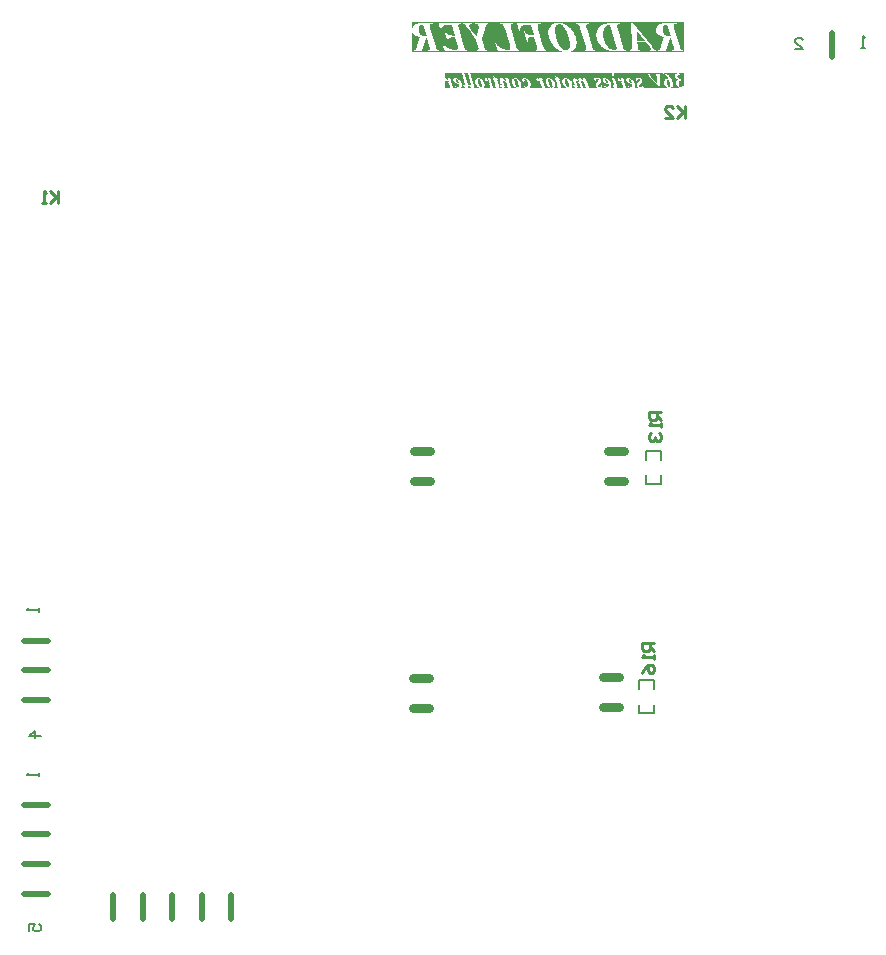
<source format=gbo>
G04*
G04 #@! TF.GenerationSoftware,Altium Limited,Altium Designer,20.1.14 (287)*
G04*
G04 Layer_Color=32896*
%FSLAX25Y25*%
%MOIN*%
G70*
G04*
G04 #@! TF.SameCoordinates,7663C7E1-D25E-47D6-87D1-FA2199C3474E*
G04*
G04*
G04 #@! TF.FilePolarity,Positive*
G04*
G01*
G75*
%ADD14C,0.01000*%
%ADD16C,0.00700*%
%ADD23C,0.00500*%
%ADD86C,0.01968*%
%ADD99C,0.03150*%
G36*
X222435Y290690D02*
X222478D01*
X222522Y290682D01*
X222581Y290668D01*
X222639Y290653D01*
X222704Y290624D01*
X222770Y290580D01*
X222821Y290529D01*
X222828Y290522D01*
X222843Y290500D01*
X222865Y290456D01*
X222887Y290391D01*
X222916Y290311D01*
X222938Y290194D01*
X222959Y290063D01*
Y289983D01*
X222967Y289895D01*
X223076Y287446D01*
X221246Y289574D01*
X221239Y289582D01*
X221232Y289596D01*
X221210Y289611D01*
X221188Y289640D01*
X221130Y289713D01*
X221057Y289800D01*
X220984Y289895D01*
X220911Y289990D01*
X220853Y290077D01*
X220809Y290150D01*
X220802Y290158D01*
X220794Y290179D01*
X220780Y290209D01*
X220765Y290245D01*
X220736Y290333D01*
X220722Y290384D01*
Y290427D01*
Y290435D01*
Y290442D01*
X220729Y290478D01*
X220758Y290529D01*
X220773Y290559D01*
X220802Y290580D01*
X220816Y290595D01*
X220838Y290602D01*
X220867Y290624D01*
X220904Y290639D01*
X220955Y290661D01*
X221013Y290675D01*
X221086Y290690D01*
X221042Y290814D01*
X222391D01*
X222435Y290690D01*
D02*
G37*
G36*
X153949Y287376D02*
X153945Y287380D01*
X153938Y287402D01*
X153923Y287431D01*
X153894Y287497D01*
X153850Y287592D01*
X153799Y287708D01*
X153741Y287832D01*
X153675Y287978D01*
X153603Y288124D01*
X153449Y288422D01*
X153369Y288568D01*
X153296Y288707D01*
X153216Y288838D01*
X153143Y288955D01*
X153078Y289050D01*
X153012Y289122D01*
X153005Y289130D01*
X152983Y289152D01*
X152946Y289188D01*
X152895Y289224D01*
X152837Y289254D01*
X152771Y289290D01*
X152699Y289312D01*
X152626Y289319D01*
X153340D01*
X153949Y287376D01*
D02*
G37*
G36*
X232283Y286104D02*
Y286010D01*
D01*
Y285995D01*
X224410D01*
D01*
X224148D01*
X223995Y289932D01*
Y289939D01*
Y289946D01*
Y289990D01*
X223987Y290041D01*
Y290107D01*
Y290172D01*
X223980Y290230D01*
Y290274D01*
Y290289D01*
Y290296D01*
Y290303D01*
Y290325D01*
X223987Y290362D01*
X223995Y290405D01*
X224017Y290493D01*
X224046Y290537D01*
X224075Y290573D01*
X224082Y290580D01*
X224097Y290588D01*
X224119Y290602D01*
X224155Y290624D01*
X224199Y290646D01*
X224257Y290661D01*
X224330Y290675D01*
X224410Y290690D01*
D01*
X224366Y290814D01*
X224410D01*
D01*
X219745D01*
Y287526D01*
Y290690D01*
X219752D01*
X219774Y290682D01*
X219803Y290675D01*
X219839Y290661D01*
X219927Y290617D01*
X220014Y290566D01*
X220022Y290559D01*
X220044Y290544D01*
X220080Y290508D01*
X220131Y290464D01*
X220197Y290391D01*
X220277Y290311D01*
X220372Y290201D01*
X220481Y290070D01*
X223995Y285995D01*
X219745D01*
Y286010D01*
Y285995D01*
X152305D01*
Y286104D01*
Y288853D01*
X152312Y288794D01*
X152327Y288714D01*
X152341Y288627D01*
X152371Y288532D01*
X152414Y288437D01*
X152465Y288342D01*
X152472Y288335D01*
X152480Y288320D01*
X152502Y288299D01*
X152531Y288277D01*
X152604Y288226D01*
X152647Y288211D01*
X152691Y288204D01*
X152713D01*
X152735Y288211D01*
X152771Y288218D01*
X152801Y288233D01*
X152837Y288255D01*
X152866Y288284D01*
X152895Y288328D01*
Y288335D01*
X152903Y288350D01*
X152932Y288393D01*
X152961Y288444D01*
X152975Y288459D01*
X152990Y288474D01*
X152997Y288481D01*
X153005Y288488D01*
X153027Y288495D01*
X153049Y288503D01*
X153070D01*
X153092Y288495D01*
X153121Y288481D01*
X153136Y288474D01*
X153150Y288459D01*
X153172Y288437D01*
X153201Y288408D01*
X153238Y288371D01*
X153274Y288328D01*
X153318Y288269D01*
X153325Y288262D01*
X153340Y288240D01*
X153362Y288196D01*
X153398Y288145D01*
X153442Y288065D01*
X153493Y287978D01*
X153544Y287861D01*
X153610Y287730D01*
Y287723D01*
X153617Y287715D01*
X153624Y287694D01*
X153639Y287664D01*
X153668Y287599D01*
X153712Y287511D01*
X153756Y287409D01*
X153799Y287300D01*
X153843Y287191D01*
X153887Y287088D01*
X153894Y287074D01*
Y287059D01*
X153901Y287037D01*
X153916Y287008D01*
X153930Y286965D01*
X153945Y286921D01*
X153960Y286870D01*
X153982Y286804D01*
X154003Y286731D01*
X154025Y286651D01*
X154054Y286564D01*
X154084Y286461D01*
X154113Y286352D01*
X154149Y286235D01*
X154186Y286104D01*
X152305D01*
X155031D01*
X154375Y288401D01*
Y288415D01*
X154368Y288444D01*
X154353Y288488D01*
X154339Y288539D01*
X154317Y288656D01*
X154310Y288707D01*
Y288743D01*
Y288751D01*
Y288758D01*
X154317Y288794D01*
X154324Y288845D01*
X154353Y288889D01*
X154361Y288896D01*
X154383Y288918D01*
X154412Y288940D01*
X154463Y288962D01*
X154477Y288969D01*
X154499D01*
X154528Y288977D01*
X154565Y288984D01*
X154616D01*
X154681Y288991D01*
X154754D01*
X154725Y289093D01*
X153573Y289319D01*
X155031D01*
X152604D01*
X152575Y289312D01*
X152538Y289305D01*
X152502Y289290D01*
X152465Y289276D01*
X152429Y289246D01*
X152392Y289210D01*
X152385Y289203D01*
X152378Y289188D01*
X152363Y289166D01*
X152349Y289137D01*
X152334Y289093D01*
X152320Y289042D01*
X152305Y288984D01*
Y289319D01*
X152598D01*
X152305D01*
Y290945D01*
X232283D01*
Y286104D01*
D02*
G37*
G36*
X144176Y307641D02*
X144045D01*
X143885Y307626D01*
X143710Y307612D01*
X143535Y307582D01*
X143141Y307509D01*
X142748Y307407D01*
X142558Y307334D01*
X142383Y307262D01*
X142237Y307160D01*
X142092Y307057D01*
X142077D01*
X142062Y307028D01*
X141990Y306956D01*
X141873Y306824D01*
X141742Y306649D01*
X141625Y306445D01*
X141508Y306183D01*
X141436Y305891D01*
X141406Y305731D01*
Y307655D01*
X144293D01*
X144176Y307641D01*
D02*
G37*
G36*
X226554Y307101D02*
X227662Y303238D01*
X227151D01*
X227093Y303252D01*
X227006D01*
X226903Y303281D01*
X226670Y303325D01*
X226422Y303413D01*
X226145Y303529D01*
X225868Y303704D01*
X225737Y303806D01*
X225620Y303923D01*
X225606Y303937D01*
X225591Y303952D01*
X225562Y303996D01*
X225518Y304054D01*
X225475Y304127D01*
X225416Y304200D01*
X225285Y304419D01*
X225168Y304681D01*
X225066Y304987D01*
X224993Y305352D01*
X224964Y305541D01*
Y305745D01*
Y305760D01*
Y305774D01*
Y305862D01*
X224979Y305979D01*
X225008Y306124D01*
X225052Y306285D01*
X225110Y306460D01*
X225198Y306620D01*
X225314Y306766D01*
X225329Y306781D01*
X225373Y306824D01*
X225460Y306883D01*
X225562Y306941D01*
X225693Y306999D01*
X225854Y307057D01*
X226029Y307101D01*
X226233Y307116D01*
X226422D01*
X226554Y307101D01*
D02*
G37*
G36*
X145212Y307101D02*
X146320Y303238D01*
X145809D01*
X145751Y303252D01*
X145664D01*
X145562Y303281D01*
X145328Y303325D01*
X145080Y303413D01*
X144804Y303529D01*
X144526Y303704D01*
X144395Y303806D01*
X144279Y303923D01*
X144264Y303937D01*
X144249Y303952D01*
X144220Y303996D01*
X144176Y304054D01*
X144133Y304127D01*
X144074Y304200D01*
X143943Y304418D01*
X143827Y304681D01*
X143725Y304987D01*
X143652Y305352D01*
X143623Y305541D01*
Y305745D01*
Y305760D01*
Y305774D01*
Y305862D01*
X143637Y305979D01*
X143666Y306124D01*
X143710Y306285D01*
X143768Y306460D01*
X143856Y306620D01*
X143972Y306766D01*
X143987Y306781D01*
X144031Y306824D01*
X144118Y306883D01*
X144220Y306941D01*
X144351Y306999D01*
X144512Y307057D01*
X144687Y307101D01*
X144891Y307116D01*
X145080D01*
X145212Y307101D01*
D02*
G37*
G36*
X162460Y307407D02*
X162562D01*
X162679Y307393D01*
X162824Y307378D01*
X162985Y307334D01*
X163145Y307291D01*
X163291Y307218D01*
X163422Y307130D01*
X163437Y307116D01*
X163466Y307087D01*
X163524Y307028D01*
X163568Y306956D01*
X163626Y306853D01*
X163685Y306751D01*
X163714Y306620D01*
X163728Y306489D01*
Y306474D01*
Y306445D01*
X163714Y306387D01*
Y306299D01*
X163699Y306197D01*
X163670Y306051D01*
X163641Y305891D01*
X163597Y305687D01*
X162985Y302931D01*
X161454Y305002D01*
Y305016D01*
X161425Y305031D01*
X161396Y305075D01*
X161366Y305133D01*
X161264Y305279D01*
X161148Y305454D01*
X161016Y305643D01*
X160900Y305833D01*
X160798Y305993D01*
X160725Y306139D01*
Y306154D01*
X160696Y306197D01*
X160681Y306256D01*
X160652Y306343D01*
X160608Y306533D01*
X160579Y306722D01*
Y306737D01*
Y306766D01*
X160594Y306810D01*
X160608Y306868D01*
X160652Y307014D01*
X160710Y307087D01*
X160769Y307160D01*
X160783Y307174D01*
X160798Y307189D01*
X160856Y307218D01*
X160914Y307262D01*
X161002Y307305D01*
X161104Y307349D01*
X161235Y307378D01*
X161381Y307407D01*
X161293Y307655D01*
X162372D01*
X162460Y307407D01*
D02*
G37*
G36*
X219030Y301838D02*
X216595D01*
X216420Y304914D01*
X219030Y301838D01*
D02*
G37*
G36*
X190541Y307305D02*
X190672Y307291D01*
X190818Y307276D01*
X190978Y307232D01*
X191124Y307189D01*
X191285Y307116D01*
X191299Y307101D01*
X191343Y307072D01*
X191430Y307028D01*
X191532Y306956D01*
X191649Y306868D01*
X191780Y306751D01*
X191926Y306606D01*
X192086Y306445D01*
X192101Y306431D01*
X192159Y306358D01*
X192232Y306256D01*
X192349Y306110D01*
X192465Y305920D01*
X192611Y305687D01*
X192772Y305425D01*
X192932Y305118D01*
Y305104D01*
X192947Y305075D01*
X192976Y305031D01*
X193005Y304958D01*
X193049Y304871D01*
X193092Y304768D01*
X193136Y304637D01*
X193194Y304506D01*
X193253Y304346D01*
X193326Y304171D01*
X193384Y303981D01*
X193457Y303762D01*
X193530Y303544D01*
X193603Y303296D01*
X193676Y303048D01*
X193748Y302771D01*
Y302756D01*
X193763Y302713D01*
X193778Y302625D01*
X193807Y302523D01*
X193836Y302392D01*
X193865Y302246D01*
X193894Y302086D01*
X193923Y301896D01*
X193996Y301503D01*
X194055Y301094D01*
X194098Y300672D01*
X194113Y300278D01*
Y300263D01*
Y300234D01*
Y300190D01*
Y300147D01*
X194098Y299986D01*
X194069Y299797D01*
X194026Y299593D01*
X193953Y299374D01*
X193865Y299170D01*
X193748Y298995D01*
X193734Y298980D01*
X193676Y298937D01*
X193603Y298864D01*
X193486Y298791D01*
X193355Y298703D01*
X193194Y298645D01*
X193005Y298587D01*
X192801Y298572D01*
X192728D01*
X192670Y298587D01*
X192538Y298601D01*
X192349Y298630D01*
X192145Y298689D01*
X191926Y298776D01*
X191707Y298907D01*
X191503Y299068D01*
X191489Y299082D01*
X191460Y299111D01*
X191401Y299170D01*
X191328Y299257D01*
X191241Y299359D01*
X191124Y299490D01*
X191007Y299636D01*
X190891Y299811D01*
X190745Y300015D01*
X190614Y300234D01*
X190468Y300482D01*
X190322Y300744D01*
X190176Y301036D01*
X190031Y301342D01*
X189899Y301677D01*
X189768Y302027D01*
X189754Y302057D01*
X189739Y302115D01*
X189710Y302217D01*
X189666Y302363D01*
X189608Y302523D01*
X189550Y302727D01*
X189491Y302946D01*
X189433Y303194D01*
X189374Y303456D01*
X189316Y303733D01*
X189200Y304316D01*
X189127Y304929D01*
X189097Y305220D01*
Y305512D01*
Y305527D01*
Y305556D01*
Y305599D01*
Y305672D01*
X189112Y305833D01*
X189141Y306037D01*
X189185Y306270D01*
X189258Y306489D01*
X189345Y306708D01*
X189462Y306883D01*
X189477Y306897D01*
X189520Y306956D01*
X189608Y307028D01*
X189710Y307101D01*
X189841Y307189D01*
X189987Y307247D01*
X190162Y307305D01*
X190351Y307320D01*
X190439D01*
X190541Y307305D01*
D02*
G37*
G36*
X232283Y298237D02*
D01*
X232196Y298484D01*
X232094D01*
X231977Y298499D01*
X231832Y298514D01*
X231671Y298543D01*
X231511Y298601D01*
X231350Y298659D01*
X231219Y298747D01*
X231205Y298762D01*
X231161Y298805D01*
X231102Y298878D01*
X231030Y298995D01*
X230942Y299155D01*
X230840Y299359D01*
X230738Y299607D01*
X230680Y299767D01*
X230636Y299928D01*
X228901Y305979D01*
Y306008D01*
X228872Y306066D01*
X228857Y306154D01*
X228828Y306270D01*
X228784Y306533D01*
X228755Y306664D01*
Y306781D01*
Y306795D01*
Y306824D01*
X228770Y306883D01*
X228784Y306941D01*
X228828Y307072D01*
X228886Y307145D01*
X228945Y307203D01*
X228959D01*
X228988Y307232D01*
X229032Y307247D01*
X229120Y307291D01*
X229222Y307320D01*
X229367Y307349D01*
X229557Y307378D01*
X229776Y307407D01*
X229717Y307655D01*
X232283D01*
D01*
X223156D01*
Y307874D01*
D01*
Y307655D01*
X225635D01*
X225518Y307641D01*
X225387D01*
X225227Y307626D01*
X225052Y307612D01*
X224877Y307582D01*
X224483Y307509D01*
X224090Y307407D01*
X223900Y307335D01*
X223725Y307262D01*
X223579Y307160D01*
X223433Y307057D01*
X223419D01*
X223404Y307028D01*
X223331Y306956D01*
X223215Y306824D01*
X223083Y306649D01*
X222967Y306445D01*
X222850Y306183D01*
X222777Y305891D01*
X222748Y305731D01*
D01*
D01*
Y305570D01*
Y305556D01*
Y305527D01*
Y305468D01*
D01*
D01*
X222763Y305410D01*
X222777Y305323D01*
X222792Y305221D01*
X222850Y304987D01*
X222938Y304710D01*
X223083Y304419D01*
X223171Y304273D01*
X223288Y304112D01*
X223404Y303967D01*
X223550Y303821D01*
X223579Y303806D01*
X223652Y303733D01*
X223783Y303646D01*
X223871Y303602D01*
X223958Y303529D01*
X224075Y303471D01*
X224206Y303398D01*
X224352Y303340D01*
X224527Y303267D01*
X224702Y303194D01*
X224891Y303121D01*
X225110Y303048D01*
X225343Y302975D01*
X224498Y300117D01*
Y300103D01*
X224483Y300074D01*
X224469Y300015D01*
X224439Y299928D01*
X224410Y299840D01*
X224381Y299738D01*
X224294Y299520D01*
X224206Y299272D01*
X224104Y299053D01*
X224060Y298951D01*
X224017Y298864D01*
X223958Y298791D01*
X223915Y298732D01*
X223900Y298718D01*
X223871Y298703D01*
X223798Y298659D01*
X223710Y298616D01*
X223594Y298572D01*
X223433Y298528D01*
X223258Y298499D01*
X223078Y298486D01*
X223045Y298497D01*
X223040Y298499D01*
X222967Y298514D01*
X222865Y298543D01*
X222783Y298572D01*
X222748Y298585D01*
X222661Y298616D01*
X222427Y298747D01*
X222413Y298762D01*
X222355Y298805D01*
X222267Y298878D01*
X222150Y298995D01*
X221990Y299155D01*
X221800Y299345D01*
X221582Y299593D01*
X221319Y299899D01*
X214642Y307874D01*
X214335D01*
X214642Y300147D01*
Y300117D01*
Y300045D01*
Y299957D01*
Y299826D01*
X214656Y299709D01*
Y299593D01*
Y299490D01*
Y299418D01*
Y299403D01*
Y299345D01*
X214642Y299257D01*
X214627Y299155D01*
X214569Y298922D01*
X214525Y298805D01*
X214467Y298718D01*
X214452Y298703D01*
X214423Y298689D01*
X214379Y298645D01*
X214321Y298616D01*
X214233Y298572D01*
X214117Y298528D01*
X213986Y298499D01*
X213840Y298484D01*
D01*
X213913Y298237D01*
X219323D01*
X217966D01*
X217893Y298484D01*
X217864D01*
X217791Y298499D01*
X217704D01*
X217587Y298514D01*
X217456Y298528D01*
X217354Y298543D01*
X217266Y298557D01*
X217208Y298572D01*
X217193D01*
X217179Y298587D01*
X217091Y298659D01*
X217033Y298718D01*
X216974Y298791D01*
X216916Y298878D01*
X216858Y298980D01*
X216843Y298995D01*
X216829Y299039D01*
X216799Y299126D01*
X216770Y299243D01*
X216741Y299389D01*
X216697Y299578D01*
X216668Y299811D01*
X216654Y300074D01*
X216595Y301269D01*
X219511D01*
X220095Y300540D01*
X220765Y299738D01*
X220780Y299724D01*
X220794Y299695D01*
X220838Y299651D01*
X220882Y299593D01*
X220969Y299432D01*
X221057Y299272D01*
X221071Y299243D01*
X221086Y299170D01*
X221115Y299068D01*
X221130Y298951D01*
Y298922D01*
X221101Y298849D01*
X221057Y298762D01*
X221013Y298703D01*
X220955Y298645D01*
X220940D01*
X220911Y298616D01*
X220867Y298601D01*
X220809Y298572D01*
X220722Y298543D01*
X220620Y298514D01*
X220503Y298499D01*
X220357Y298484D01*
Y298237D01*
X225999D01*
X227312Y302815D01*
X227778D01*
X228595Y299972D01*
X228609Y299942D01*
X228624Y299870D01*
X228653Y299767D01*
X228682Y299636D01*
X228755Y299345D01*
X228770Y299199D01*
X228784Y299082D01*
Y299068D01*
Y299039D01*
X228770Y298980D01*
X228755Y298922D01*
X228726Y298849D01*
X228697Y298776D01*
X228639Y298703D01*
X228566Y298645D01*
X228551D01*
X228522Y298616D01*
X228464Y298601D01*
X228376Y298572D01*
X228245Y298543D01*
X228099Y298514D01*
X227909Y298499D01*
X227676Y298484D01*
X227764Y298237D01*
X232283D01*
Y298018D01*
X196329D01*
Y298237D01*
X203094D01*
Y298237D01*
D01*
D01*
X203086Y298266D01*
X203073Y298309D01*
D01*
X203043Y298412D01*
X203021Y298484D01*
D01*
D01*
D01*
D01*
X202905D01*
X202788Y298499D01*
X202642Y298514D01*
X202467Y298543D01*
X202307Y298601D01*
X202147Y298659D01*
X202015Y298747D01*
X202001Y298762D01*
X201957Y298805D01*
X201899Y298878D01*
X201811Y298995D01*
X201724Y299155D01*
X201622Y299359D01*
X201520Y299607D01*
X201461Y299767D01*
X201418Y299928D01*
X199697Y305949D01*
X199683Y305979D01*
X199668Y306037D01*
X199639Y306139D01*
X199610Y306270D01*
X199566Y306547D01*
X199537Y306679D01*
Y306795D01*
Y306810D01*
Y306839D01*
X199551Y306883D01*
X199566Y306941D01*
X199610Y307072D01*
X199668Y307145D01*
X199726Y307203D01*
X199741D01*
X199770Y307232D01*
X199828Y307247D01*
X199916Y307291D01*
X200032Y307320D01*
X200193Y307349D01*
X200412Y307378D01*
X200659Y307407D01*
X200587Y307655D01*
X202905D01*
D01*
X196329D01*
Y307874D01*
D01*
Y307655D01*
X195994D01*
X196081Y307407D01*
X196183D01*
X196300Y307393D01*
X196329Y307390D01*
X196431Y307378D01*
X196592Y307334D01*
X196752Y307291D01*
X196912Y307218D01*
X197044Y307116D01*
X197058Y307101D01*
X197102Y307057D01*
X197160Y306985D01*
X197233Y306868D01*
X197321Y306708D01*
X197423Y306504D01*
X197510Y306256D01*
X197612Y305949D01*
X199347Y299928D01*
X199362Y299899D01*
X199376Y299826D01*
X199406Y299709D01*
X199435Y299578D01*
X199478Y299432D01*
X199508Y299301D01*
X199522Y299170D01*
X199537Y299068D01*
Y299053D01*
Y299024D01*
X199522Y298980D01*
X199508Y298922D01*
X199449Y298791D01*
X199406Y298732D01*
X199333Y298674D01*
X199318Y298659D01*
X199289Y298645D01*
X199216Y298616D01*
X199128Y298587D01*
X198997Y298543D01*
X198837Y298514D01*
X198633Y298499D01*
X198399Y298484D01*
X198458Y298237D01*
X196329D01*
Y298018D01*
X193194D01*
X193282Y298032D01*
X193384D01*
X193486Y298047D01*
X193748Y298076D01*
X194040Y298135D01*
X194346Y298207D01*
X194652Y298324D01*
X194930Y298470D01*
X194944D01*
X194959Y298499D01*
X195046Y298557D01*
X195163Y298659D01*
X195323Y298805D01*
X195498Y298980D01*
X195673Y299199D01*
X195834Y299461D01*
X195979Y299738D01*
Y299753D01*
X195994Y299782D01*
X196008Y299826D01*
X196038Y299884D01*
X196096Y300030D01*
X196135Y300176D01*
X196154Y300249D01*
X196212Y300482D01*
X196271Y300744D01*
X196315Y301021D01*
X196329Y301313D01*
Y301328D01*
Y301386D01*
Y301473D01*
X196315Y301575D01*
X196300Y301721D01*
X196285Y301882D01*
X196256Y302071D01*
X196212Y302275D01*
X196169Y302509D01*
X196110Y302756D01*
X196038Y303004D01*
X195994Y303170D01*
X195965Y303281D01*
X195863Y303558D01*
X195746Y303835D01*
X195615Y304127D01*
X195454Y304419D01*
X195440Y304433D01*
X195411Y304491D01*
X195367Y304564D01*
X195294Y304681D01*
X195206Y304812D01*
X195105Y304958D01*
X194973Y305133D01*
X194827Y305323D01*
X194667Y305512D01*
X194492Y305716D01*
X194303Y305920D01*
X194084Y306139D01*
X193865Y306343D01*
X193617Y306547D01*
X193369Y306737D01*
X193092Y306926D01*
X193078Y306941D01*
X193019Y306970D01*
X192947Y307014D01*
X192830Y307072D01*
X192699Y307145D01*
X192538Y307232D01*
X192363Y307305D01*
X192159Y307407D01*
X191941Y307495D01*
X191707Y307568D01*
X191212Y307728D01*
X190949Y307786D01*
X190672Y307830D01*
X190410Y307859D01*
X190133Y307874D01*
X196329D01*
X186881D01*
D01*
X189987D01*
X189827Y307845D01*
X189608Y307816D01*
X189360Y307772D01*
X189083Y307684D01*
X188806Y307582D01*
X188514Y307437D01*
X188500D01*
X188485Y307422D01*
X188441Y307393D01*
X188383Y307364D01*
X188252Y307262D01*
X188077Y307116D01*
X187887Y306956D01*
X187683Y306737D01*
X187494Y306504D01*
X187319Y306226D01*
Y306212D01*
X187304Y306197D01*
X187275Y306154D01*
X187246Y306095D01*
X187173Y305949D01*
X187100Y305745D01*
X187013Y305512D01*
X186954Y305250D01*
X186896Y304973D01*
X186881Y304681D01*
Y304506D01*
X186896Y304375D01*
X186910Y304214D01*
X186940Y304040D01*
X186969Y303821D01*
X187027Y303588D01*
X187085Y303325D01*
X187158Y303048D01*
X187246Y302756D01*
X187348Y302450D01*
X187479Y302144D01*
X187639Y301809D01*
X187800Y301488D01*
X188004Y301153D01*
X188019Y301138D01*
X188048Y301080D01*
X188121Y300992D01*
X188194Y300861D01*
X188310Y300715D01*
X188427Y300555D01*
X188573Y300365D01*
X188733Y300176D01*
X188923Y299972D01*
X189112Y299753D01*
X189535Y299330D01*
X189768Y299126D01*
X190001Y298937D01*
X190249Y298762D01*
X190512Y298601D01*
X190526D01*
X190556Y298572D01*
X190614Y298543D01*
X190701Y298514D01*
X190803Y298470D01*
X190935Y298412D01*
X191066Y298368D01*
X191226Y298309D01*
X191416Y298251D01*
X191605Y298207D01*
X191824Y298149D01*
X192043Y298105D01*
X192553Y298047D01*
X193092Y298018D01*
X186881D01*
Y298018D01*
X141406D01*
Y298237D01*
Y305468D01*
X141421Y305410D01*
X141436Y305323D01*
X141450Y305220D01*
X141508Y304987D01*
X141596Y304710D01*
X141742Y304418D01*
X141829Y304273D01*
X141946Y304112D01*
X142062Y303967D01*
X142208Y303821D01*
X142237Y303806D01*
X142310Y303733D01*
X142441Y303646D01*
X142529Y303602D01*
X142616Y303529D01*
X142733Y303471D01*
X142864Y303398D01*
X143010Y303340D01*
X143185Y303267D01*
X143360Y303194D01*
X143550Y303121D01*
X143768Y303048D01*
X144002Y302975D01*
X143156Y300117D01*
Y300103D01*
X143141Y300074D01*
X143127Y300015D01*
X143098Y299928D01*
X143068Y299840D01*
X143039Y299738D01*
X142952Y299520D01*
X142864Y299272D01*
X142762Y299053D01*
X142719Y298951D01*
X142675Y298864D01*
X142616Y298791D01*
X142573Y298732D01*
X142558Y298718D01*
X142529Y298703D01*
X142456Y298659D01*
X142369Y298616D01*
X142252Y298572D01*
X142092Y298528D01*
X141917Y298499D01*
X141712Y298484D01*
Y298237D01*
X144658D01*
X145970Y302815D01*
X146436D01*
X147253Y299972D01*
X147267Y299942D01*
X147282Y299870D01*
X147311Y299767D01*
X147340Y299636D01*
X147413Y299345D01*
X147428Y299199D01*
X147442Y299082D01*
Y299068D01*
Y299039D01*
X147428Y298980D01*
X147413Y298922D01*
X147384Y298849D01*
X147355Y298776D01*
X147297Y298703D01*
X147224Y298645D01*
X147209D01*
X147180Y298616D01*
X147122Y298601D01*
X147034Y298572D01*
X146903Y298543D01*
X146757Y298514D01*
X146568Y298499D01*
X146334Y298484D01*
X146422Y298237D01*
X150942Y298237D01*
X150854Y298484D01*
X150752D01*
X150636Y298499D01*
X150490Y298514D01*
X150329Y298543D01*
D01*
X150169Y298601D01*
X150008Y298659D01*
X149877Y298747D01*
X149863Y298762D01*
X149819Y298805D01*
X149761Y298878D01*
X149688Y298995D01*
X149600Y299155D01*
X149498Y299359D01*
X149396Y299607D01*
X149338Y299767D01*
X149294Y299928D01*
X147559Y305979D01*
Y306008D01*
X147530Y306066D01*
X147515Y306154D01*
X147486Y306270D01*
X147442Y306533D01*
X147413Y306664D01*
Y306781D01*
Y306795D01*
Y306824D01*
X147428Y306883D01*
X147442Y306941D01*
X147486Y307072D01*
X147545Y307145D01*
X147603Y307203D01*
X147617D01*
X147647Y307232D01*
X147690Y307247D01*
X147778Y307291D01*
X147880Y307320D01*
X148026Y307349D01*
X148215Y307378D01*
X148434Y307407D01*
X148376Y307655D01*
X150300D01*
X150912Y305308D01*
X150942D01*
X151160D01*
Y305323D01*
Y305337D01*
Y305425D01*
X151175Y305541D01*
X151204Y305687D01*
X151262Y306008D01*
X151321Y306154D01*
X151379Y306270D01*
X151394Y306285D01*
X151437Y306343D01*
X151496Y306431D01*
X151598Y306518D01*
X151714Y306635D01*
X151846Y306737D01*
X152006Y306839D01*
X152181Y306926D01*
X152210Y306941D01*
X152268Y306956D01*
X152385Y306985D01*
X152560Y307028D01*
X152779Y307072D01*
X153041Y307101D01*
X153376Y307116D01*
X153756Y307130D01*
X154645D01*
X155680Y303485D01*
X155155D01*
X155053Y303500D01*
X154937D01*
X154659Y303529D01*
X154353Y303558D01*
X154062Y303617D01*
X153770Y303704D01*
X153639Y303748D01*
X153522Y303806D01*
X153493Y303821D01*
X153420Y303879D01*
X153318Y303952D01*
X153172Y304083D01*
X153027Y304244D01*
X152852Y304448D01*
X152691Y304710D01*
X152531Y305002D01*
X152283D01*
X153318Y301342D01*
X153566D01*
Y301357D01*
X153551Y301400D01*
Y301473D01*
X153537Y301546D01*
X153522Y301736D01*
X153508Y301925D01*
Y301940D01*
Y301984D01*
X153522Y302057D01*
X153537Y302144D01*
X153566Y302246D01*
X153610Y302348D01*
X153668Y302450D01*
X153741Y302552D01*
X153756Y302567D01*
X153785Y302596D01*
X153829Y302640D01*
X153901Y302683D01*
X153974Y302742D01*
X154076Y302800D01*
X154193Y302858D01*
X154324Y302902D01*
X154339D01*
X154368Y302917D01*
X154441Y302931D01*
X154528Y302946D01*
X154659D01*
X154834Y302961D01*
X155039Y302975D01*
X155826D01*
X156730Y299797D01*
Y299782D01*
X156745Y299724D01*
X156759Y299651D01*
X156788Y299563D01*
X156832Y299374D01*
X156846Y299272D01*
Y299184D01*
Y299155D01*
X156832Y299097D01*
X156788Y299009D01*
X156701Y298922D01*
X156686D01*
X156657Y298907D01*
X156599Y298878D01*
X156511Y298864D01*
X156395Y298834D01*
X156249Y298805D01*
X156074Y298791D01*
X155738D01*
X155651Y298805D01*
X155549D01*
X155418Y298820D01*
X155287Y298834D01*
X155126Y298849D01*
X154776Y298907D01*
X154397Y298995D01*
X154003Y299126D01*
X153610Y299286D01*
X153595D01*
X153566Y299316D01*
X153508Y299345D01*
X153435Y299389D01*
X153347Y299432D01*
X153231Y299505D01*
X152983Y299665D01*
X152691Y299884D01*
X152371Y300147D01*
X152050Y300453D01*
X151729Y300817D01*
X151437D01*
X152414Y298237D01*
X160389D01*
X160302Y298484D01*
X160200D01*
X160083Y298499D01*
X159938Y298514D01*
X159777Y298543D01*
X159617Y298601D01*
X159471Y298659D01*
X159449Y298674D01*
X159340Y298747D01*
X159325Y298762D01*
X159281Y298805D01*
X159223Y298878D01*
X159150Y298995D01*
X159063Y299155D01*
X158961Y299359D01*
X158873Y299607D01*
X158815Y299767D01*
X158771Y299928D01*
X158517Y300817D01*
X157036Y306008D01*
Y306037D01*
X157007Y306095D01*
X156992Y306183D01*
X156963Y306299D01*
X156919Y306547D01*
X156890Y306679D01*
Y306795D01*
Y306810D01*
Y306839D01*
X156905Y306897D01*
X156919Y306956D01*
X156963Y307087D01*
X157021Y307145D01*
X157080Y307203D01*
X157094D01*
X157124Y307232D01*
X157182Y307247D01*
X157255Y307291D01*
X157371Y307320D01*
X157532Y307349D01*
X157721Y307378D01*
X157955Y307407D01*
X157896Y307655D01*
X158479D01*
Y307407D01*
X158494D01*
X158538Y307393D01*
X158611Y307378D01*
X158698Y307364D01*
X158917Y307276D01*
X159034Y307218D01*
X159136Y307145D01*
X159150Y307130D01*
X159194Y307101D01*
X159267Y307028D01*
X159369Y306897D01*
X159442Y306824D01*
X159529Y306737D01*
X159617Y306620D01*
X159719Y306504D01*
X159821Y306358D01*
X159952Y306197D01*
X160083Y306022D01*
X160229Y305818D01*
X160389Y305599D01*
X162912Y302144D01*
X163466Y299957D01*
X163480Y299928D01*
X163495Y299855D01*
X163524Y299738D01*
X163568Y299607D01*
X163612Y299476D01*
X163641Y299345D01*
X163655Y299243D01*
X163670Y299170D01*
Y299155D01*
Y299126D01*
X163655Y299068D01*
X163641Y298995D01*
X163612Y298922D01*
X163583Y298834D01*
X163524Y298747D01*
X163451Y298674D01*
X163437Y298659D01*
X163408Y298645D01*
X163349Y298616D01*
X163262Y298587D01*
X163160Y298543D01*
X163014Y298514D01*
X162854Y298499D01*
X162664Y298484D01*
X162401D01*
X162489Y298237D01*
X167271D01*
X167198Y298484D01*
X167009D01*
X166892Y298499D01*
X166761Y298514D01*
X166615Y298528D01*
X166484Y298572D01*
X166353Y298616D01*
X166338Y298630D01*
X166294Y298645D01*
X166236Y298674D01*
X166178Y298732D01*
X166017Y298849D01*
X165945Y298922D01*
X165872Y299009D01*
Y299024D01*
X165842Y299053D01*
X165828Y299097D01*
X165784Y299184D01*
X165740Y299301D01*
X165682Y299447D01*
X165609Y299651D01*
X165536Y299899D01*
X164909Y302392D01*
X165697Y305818D01*
Y305833D01*
X165711Y305862D01*
Y305906D01*
X165726Y305964D01*
X165770Y306124D01*
X165828Y306314D01*
X165901Y306518D01*
X165988Y306722D01*
X166076Y306897D01*
X166178Y307043D01*
X166192Y307057D01*
X166221Y307087D01*
X166280Y307130D01*
X166353Y307189D01*
X166469Y307247D01*
X166601Y307305D01*
X166761Y307364D01*
X166965Y307407D01*
X166892Y307655D01*
X167271D01*
Y298237D01*
D01*
Y307655D01*
X141406Y307655D01*
Y307874D01*
X232283D01*
Y298237D01*
D02*
G37*
%LPC*%
G36*
X209918Y290923D02*
X208585D01*
X209918D01*
D01*
D02*
G37*
G36*
X232283Y290908D02*
X229032D01*
X230016D01*
X229987Y290901D01*
X229900Y290894D01*
X229798Y290879D01*
X229674Y290843D01*
X229550Y290799D01*
X229433Y290734D01*
X229316Y290646D01*
X229302Y290631D01*
X229273Y290602D01*
X229229Y290544D01*
X229171Y290471D01*
X229120Y290384D01*
X229076Y290274D01*
X229047Y290158D01*
X229032Y290026D01*
Y289983D01*
X229039Y289924D01*
X229047Y289859D01*
X229069Y289786D01*
X229090Y289706D01*
X229127Y289618D01*
X229178Y289538D01*
X229185Y289531D01*
X229207Y289502D01*
X229236Y289465D01*
X229280Y289414D01*
X229338Y289356D01*
X229411Y289290D01*
X229491Y289232D01*
X229586Y289166D01*
X229593Y289159D01*
X229623Y289144D01*
X229674Y289122D01*
X229739Y289093D01*
X229827Y289064D01*
X229929Y289020D01*
X230060Y288977D01*
X230206Y288933D01*
X230199D01*
X230191Y288926D01*
X230140Y288904D01*
X230075Y288875D01*
X229994Y288824D01*
X229900Y288773D01*
X229812Y288707D01*
X229732Y288641D01*
X229659Y288561D01*
X229652Y288546D01*
X229623Y288510D01*
X229586Y288444D01*
X229542Y288350D01*
X229499Y288240D01*
X229462Y288116D01*
X229433Y287971D01*
X229426Y287810D01*
Y287803D01*
Y287774D01*
X229433Y287730D01*
Y287672D01*
X229448Y287606D01*
X229462Y287526D01*
X229484Y287431D01*
X229513Y287336D01*
X229550Y287227D01*
X229601Y287118D01*
X229659Y287008D01*
X229725Y286892D01*
X229812Y286782D01*
X229907Y286666D01*
X230016Y286556D01*
X230140Y286454D01*
X230148Y286447D01*
X230169Y286432D01*
X230199Y286410D01*
X230242Y286389D01*
X230301Y286352D01*
X230366Y286316D01*
X230446Y286272D01*
X230534Y286235D01*
X230629Y286192D01*
X230731Y286148D01*
X230847Y286112D01*
X230964Y286083D01*
X231095Y286053D01*
X231226Y286031D01*
X231365Y286017D01*
X231511Y286010D01*
X231576D01*
X231657Y286017D01*
X231744Y286031D01*
X231846Y286046D01*
X231948Y286075D01*
X232050Y286112D01*
X232138Y286163D01*
X232145Y286170D01*
X232159Y286185D01*
X232181Y286206D01*
X232211Y286243D01*
X232240Y286279D01*
X232262Y286330D01*
X232276Y286381D01*
X232283Y286447D01*
Y286483D01*
Y286476D01*
X232276Y286505D01*
X232269Y286542D01*
X232254Y286578D01*
X232240Y286629D01*
X232211Y286666D01*
X232174Y286709D01*
X232167Y286717D01*
X232152Y286724D01*
X232130Y286746D01*
X232101Y286768D01*
X232057Y286782D01*
X232014Y286804D01*
X231963Y286811D01*
X231904Y286819D01*
X231890D01*
X231853Y286811D01*
X231802Y286804D01*
X231744Y286782D01*
X231737D01*
X231722Y286768D01*
X231686Y286753D01*
X231642Y286731D01*
X231591Y286702D01*
X231525Y286658D01*
X231445Y286607D01*
X231350Y286549D01*
X231336Y286542D01*
X231307Y286520D01*
X231256Y286491D01*
X231190Y286461D01*
X231124Y286432D01*
X231051Y286403D01*
X230971Y286381D01*
X230906Y286374D01*
X230898D01*
X230869Y286381D01*
X230833Y286389D01*
X230782Y286403D01*
X230723Y286425D01*
X230658Y286469D01*
X230592Y286520D01*
X230527Y286593D01*
Y286600D01*
X230519Y286607D01*
X230490Y286651D01*
X230454Y286717D01*
X230403Y286811D01*
X230359Y286928D01*
X230322Y287067D01*
X230293Y287227D01*
X230286Y287402D01*
Y287409D01*
Y287417D01*
Y287438D01*
Y287468D01*
X230293Y287541D01*
X230308Y287628D01*
X230322Y287730D01*
X230352Y287839D01*
X230395Y287956D01*
X230446Y288065D01*
X230454Y288080D01*
X230475Y288109D01*
X230505Y288160D01*
X230556Y288226D01*
X230607Y288291D01*
X230680Y288364D01*
X230753Y288422D01*
X230840Y288481D01*
X230847Y288488D01*
X230884Y288503D01*
X230935Y288525D01*
X231008Y288554D01*
X231095Y288590D01*
X231205Y288619D01*
X231329Y288649D01*
X231467Y288670D01*
X231423Y288816D01*
X231401D01*
X231380Y288824D01*
X231343Y288831D01*
X231299Y288838D01*
X231256Y288845D01*
X231146Y288867D01*
X231022Y288896D01*
X230891Y288933D01*
X230760Y288969D01*
X230643Y289020D01*
X230636D01*
X230629Y289028D01*
X230607Y289035D01*
X230578Y289050D01*
X230512Y289086D01*
X230424Y289137D01*
X230330Y289195D01*
X230235Y289261D01*
X230148Y289341D01*
X230075Y289421D01*
X230067Y289429D01*
X230045Y289465D01*
X230016Y289509D01*
X229980Y289574D01*
X229951Y289647D01*
X229922Y289735D01*
X229900Y289822D01*
X229892Y289924D01*
Y289932D01*
Y289961D01*
X229900Y290004D01*
X229914Y290055D01*
X229936Y290121D01*
X229965Y290179D01*
X230002Y290245D01*
X230060Y290311D01*
X230067Y290318D01*
X230089Y290340D01*
X230126Y290362D01*
X230169Y290398D01*
X230228Y290427D01*
X230293Y290449D01*
X230374Y290471D01*
X230461Y290478D01*
X230490D01*
X230527Y290471D01*
X230578Y290464D01*
X230629Y290456D01*
X230687Y290435D01*
X230753Y290413D01*
X230811Y290376D01*
X230818Y290369D01*
X230840Y290354D01*
X230869Y290333D01*
X230913Y290296D01*
X230964Y290245D01*
X231022Y290187D01*
X231088Y290114D01*
X231161Y290026D01*
X231299Y290099D01*
Y290107D01*
X231285Y290121D01*
X231270Y290143D01*
X231248Y290172D01*
X231197Y290245D01*
X231117Y290340D01*
X231037Y290442D01*
X230935Y290544D01*
X230833Y290639D01*
X230723Y290719D01*
X230709Y290726D01*
X230672Y290748D01*
X230607Y290777D01*
X230527Y290814D01*
X230432Y290850D01*
X230315Y290879D01*
X230191Y290901D01*
X230060Y290908D01*
X232283D01*
D01*
D02*
G37*
G36*
X208452Y290923D02*
X207935D01*
X208416D01*
X208372Y290916D01*
X208321Y290901D01*
X208270Y290887D01*
X208205Y290857D01*
X208146Y290821D01*
X208088Y290770D01*
X208081Y290763D01*
X208066Y290741D01*
X208037Y290712D01*
X208008Y290668D01*
X207986Y290617D01*
X207957Y290559D01*
X207942Y290486D01*
X207935Y290413D01*
Y290376D01*
X207942Y290333D01*
X207957Y290289D01*
X207971Y290230D01*
X208000Y290165D01*
X208037Y290107D01*
X208088Y290048D01*
X208095Y290041D01*
X208117Y290026D01*
X208146Y290004D01*
X208190Y289975D01*
X208241Y289946D01*
X208307Y289924D01*
X208372Y289910D01*
X208452Y289902D01*
X208489D01*
X208525Y289910D01*
X208576Y289924D01*
X208627Y289939D01*
X208686Y289961D01*
X208751Y289997D01*
X208810Y290048D01*
X208817Y290055D01*
X208832Y290077D01*
X208853Y290107D01*
X208883Y290150D01*
X208912Y290201D01*
X208934Y290267D01*
X208948Y290333D01*
X208956Y290413D01*
Y290420D01*
Y290449D01*
X208948Y290486D01*
X208934Y290537D01*
X208919Y290595D01*
X208897Y290653D01*
X208861Y290712D01*
X208810Y290770D01*
X208802Y290777D01*
X208781Y290792D01*
X208751Y290821D01*
X208708Y290850D01*
X208657Y290872D01*
X208598Y290901D01*
X208525Y290916D01*
X208452Y290923D01*
D02*
G37*
G36*
X228383Y290945D02*
X225183D01*
Y290806D01*
X225190D01*
X225205Y290799D01*
X225234Y290792D01*
X225271Y290777D01*
X225322Y290763D01*
X225373Y290741D01*
X225497Y290690D01*
X225650Y290617D01*
X225803Y290522D01*
X225963Y290413D01*
X226123Y290282D01*
X226131Y290274D01*
X226145Y290260D01*
X226174Y290230D01*
X226211Y290194D01*
X226255Y290150D01*
X226306Y290092D01*
X226364Y290019D01*
X226422Y289946D01*
X226488Y289859D01*
X226561Y289757D01*
X226634Y289655D01*
X226707Y289538D01*
X226780Y289414D01*
X226852Y289283D01*
X226925Y289137D01*
X226998Y288991D01*
X226991D01*
X226984Y288999D01*
X226940Y289006D01*
X226882Y289028D01*
X226801Y289050D01*
X226714Y289064D01*
X226619Y289086D01*
X226524Y289093D01*
X226437Y289101D01*
X226400D01*
X226371Y289093D01*
X226298Y289086D01*
X226204Y289064D01*
X226101Y289028D01*
X225992Y288977D01*
X225883Y288904D01*
X225781Y288802D01*
X225766Y288787D01*
X225737Y288751D01*
X225701Y288678D01*
X225650Y288590D01*
X225599Y288474D01*
X225562Y288328D01*
X225533Y288160D01*
X225518Y287971D01*
Y287963D01*
Y287941D01*
Y287905D01*
X225526Y287854D01*
X225533Y287796D01*
X225540Y287723D01*
X225548Y287643D01*
X225569Y287555D01*
X225613Y287358D01*
X225686Y287147D01*
X225730Y287037D01*
X225781Y286928D01*
X225839Y286819D01*
X225912Y286709D01*
X225919Y286702D01*
X225934Y286680D01*
X225963Y286644D01*
X225999Y286600D01*
X226043Y286549D01*
X226101Y286491D01*
X226174Y286425D01*
X226247Y286360D01*
X226335Y286294D01*
X226430Y286228D01*
X226532Y286170D01*
X226648Y286119D01*
X226765Y286075D01*
X226896Y286039D01*
X227035Y286017D01*
X227181Y286010D01*
X227232D01*
X227268Y286017D01*
X227319Y286024D01*
X227370Y286031D01*
X227494Y286053D01*
X227632Y286097D01*
X227778Y286163D01*
X227851Y286206D01*
X227924Y286257D01*
X227990Y286308D01*
X228055Y286374D01*
Y286381D01*
X228070Y286389D01*
X228084Y286410D01*
X228106Y286440D01*
X228128Y286483D01*
X228157Y286527D01*
X228186Y286585D01*
X228216Y286644D01*
X228252Y286717D01*
X228281Y286797D01*
X228310Y286884D01*
X228332Y286979D01*
X228354Y287081D01*
X228369Y287191D01*
X228376Y287307D01*
X228383Y287431D01*
Y286039D01*
Y287504D01*
X228376Y287555D01*
Y287621D01*
X228369Y287701D01*
X228354Y287788D01*
X228340Y287883D01*
X228325Y287985D01*
X228303Y288094D01*
X228245Y288335D01*
X228165Y288590D01*
X228121Y288714D01*
X228063Y288845D01*
X228055Y288853D01*
X228048Y288875D01*
X228026Y288911D01*
X228004Y288962D01*
X227968Y289020D01*
X227931Y289086D01*
X227888Y289166D01*
X227837Y289246D01*
X227720Y289429D01*
X227574Y289618D01*
X227414Y289815D01*
X227239Y289997D01*
X227232Y290004D01*
X227217Y290019D01*
X227188Y290041D01*
X227151Y290077D01*
X227108Y290114D01*
X227049Y290158D01*
X226984Y290209D01*
X226918Y290267D01*
X226758Y290384D01*
X226575Y290500D01*
X226379Y290610D01*
X226167Y290712D01*
X226160D01*
X226145Y290719D01*
X226123Y290726D01*
X226087Y290741D01*
X226043Y290755D01*
X225999Y290777D01*
X225941Y290792D01*
X225876Y290814D01*
X225730Y290850D01*
X225562Y290894D01*
X225380Y290923D01*
X225183Y290945D01*
X228383D01*
D01*
D02*
G37*
G36*
X200309Y289319D02*
X195112D01*
D01*
X195535D01*
X195498Y289312D01*
X195454Y289305D01*
X195403Y289283D01*
X195352Y289261D01*
X195294Y289224D01*
X195243Y289181D01*
X195236Y289173D01*
X195221Y289159D01*
X195199Y289122D01*
X195177Y289086D01*
X195156Y289035D01*
X195134Y288969D01*
X195119Y288904D01*
X195112Y288824D01*
Y288831D01*
Y288787D01*
X195119Y288736D01*
X195126Y288670D01*
X195141Y288590D01*
X195163Y288495D01*
X195192Y288386D01*
X195228Y288262D01*
X195644Y286986D01*
X195651Y286972D01*
X195659Y286943D01*
X195673Y286892D01*
X195688Y286841D01*
X195724Y286717D01*
X195731Y286666D01*
X195739Y286622D01*
Y286607D01*
X195731Y286593D01*
X195717Y286571D01*
X195710D01*
X195702Y286564D01*
X195688Y286556D01*
X195666Y286549D01*
X195644D01*
X195622Y286556D01*
X195600Y286571D01*
X195593Y286578D01*
X195578Y286593D01*
X195556Y286615D01*
X195520Y286644D01*
X195484Y286687D01*
X195440Y286738D01*
X195389Y286797D01*
X195338Y286862D01*
X195330Y286870D01*
X195316Y286899D01*
X195287Y286935D01*
X195243Y286994D01*
X195126Y286913D01*
Y286906D01*
X195134Y286892D01*
X195148Y286870D01*
X195170Y286841D01*
X195221Y286768D01*
X195279Y286673D01*
X195360Y286564D01*
X195454Y286461D01*
X195549Y286360D01*
X195659Y286272D01*
X195673Y286265D01*
X195710Y286243D01*
X195761Y286206D01*
X195834Y286170D01*
X195914Y286134D01*
X196001Y286097D01*
X196089Y286075D01*
X196183Y286068D01*
X196220D01*
X196256Y286075D01*
X196307Y286082D01*
X196358Y286097D01*
X196417Y286112D01*
X196475Y286141D01*
X196526Y286177D01*
X196533Y286185D01*
X196548Y286199D01*
X196570Y286221D01*
X196592Y286257D01*
X196614Y286294D01*
X196635Y286345D01*
X196650Y286396D01*
X196657Y286454D01*
Y286461D01*
Y286483D01*
X196650Y286520D01*
X196643Y286564D01*
X196635Y286629D01*
X196614Y286709D01*
X196592Y286797D01*
X196563Y286906D01*
X196125Y288262D01*
X196118Y288277D01*
X196110Y288306D01*
X196096Y288357D01*
X196081Y288408D01*
X196067Y288466D01*
X196052Y288525D01*
X196038Y288576D01*
Y288612D01*
Y288619D01*
Y288627D01*
X196052Y288641D01*
X196067Y288656D01*
X196074Y288663D01*
X196081Y288670D01*
X196103Y288678D01*
X196118Y288685D01*
X196154D01*
X196191Y288678D01*
X196227Y288663D01*
X196242Y288656D01*
X196256Y288641D01*
X196285Y288627D01*
X196315Y288605D01*
X196358Y288568D01*
X196402Y288532D01*
X196460Y288481D01*
X196468Y288474D01*
X196490Y288452D01*
X196526Y288415D01*
X196570Y288364D01*
X196635Y288291D01*
X196716Y288196D01*
X196803Y288087D01*
X196905Y287956D01*
Y287949D01*
X196920Y287941D01*
X196949Y287890D01*
X197000Y287825D01*
X197065Y287737D01*
X197131Y287643D01*
X197197Y287548D01*
X197255Y287453D01*
X197299Y287366D01*
X197306Y287358D01*
X197313Y287329D01*
X197335Y287278D01*
X197364Y287220D01*
X197394Y287140D01*
X197430Y287045D01*
X197466Y286935D01*
X197503Y286819D01*
X197722Y286104D01*
X198596D01*
X197933Y288364D01*
Y288371D01*
X197926Y288393D01*
X197918Y288422D01*
X197904Y288466D01*
X197889Y288546D01*
X197882Y288583D01*
Y288612D01*
Y288619D01*
Y288627D01*
X197889Y288649D01*
X197904Y288663D01*
Y288670D01*
X197918Y288678D01*
X197933Y288685D01*
X197955D01*
X197969Y288678D01*
X198006Y288670D01*
X198050Y288641D01*
X198108Y288605D01*
X198174Y288539D01*
X198261Y288459D01*
X198305Y288401D01*
X198356Y288342D01*
X198363Y288335D01*
X198378Y288320D01*
X198399Y288291D01*
X198429Y288248D01*
X198465Y288196D01*
X198509Y288138D01*
X198553Y288073D01*
X198611Y287992D01*
X198669Y287905D01*
X198728Y287810D01*
X198793Y287708D01*
X198859Y287599D01*
X198990Y287351D01*
X199121Y287088D01*
X199420Y286104D01*
X200309D01*
X199639Y288328D01*
Y288335D01*
X199632Y288342D01*
X199624Y288379D01*
X199610Y288437D01*
X199588Y288510D01*
X199551Y288663D01*
X199544Y288736D01*
X199537Y288794D01*
Y288802D01*
Y288824D01*
X199551Y288853D01*
X199566Y288882D01*
X199573Y288889D01*
X199588Y288904D01*
X199624Y288926D01*
X199668Y288947D01*
X199683Y288955D01*
X199697D01*
X199726Y288962D01*
X199756Y288969D01*
X199799D01*
X199850Y288977D01*
X199916D01*
X199887Y289108D01*
X198677Y289319D01*
X200309D01*
D01*
D02*
G37*
G36*
X194682D02*
Y287052D01*
X194674Y287096D01*
Y287147D01*
X194660Y287263D01*
X194638Y287402D01*
X194601Y287555D01*
X194558Y287715D01*
X194492Y287876D01*
Y287883D01*
X194485Y287898D01*
X194470Y287919D01*
X194456Y287949D01*
X194419Y288029D01*
X194361Y288124D01*
X194288Y288240D01*
X194208Y288364D01*
X194113Y288488D01*
X194004Y288612D01*
X193996Y288619D01*
X193989Y288627D01*
X193953Y288663D01*
X193887Y288721D01*
X193807Y288794D01*
X193705Y288875D01*
X193588Y288962D01*
X193464Y289042D01*
X193326Y289122D01*
X193318D01*
X193311Y289130D01*
X193289Y289144D01*
X193260Y289152D01*
X193180Y289188D01*
X193078Y289224D01*
X192961Y289254D01*
X192823Y289290D01*
X192677Y289312D01*
X192524Y289319D01*
X194682D01*
X191518D01*
X192480D01*
X192422Y289312D01*
X192356Y289305D01*
X192276Y289290D01*
X192189Y289261D01*
X192094Y289232D01*
X192006Y289188D01*
X191999Y289181D01*
X191970Y289166D01*
X191926Y289137D01*
X191868Y289101D01*
X191809Y289050D01*
X191751Y288991D01*
X191693Y288918D01*
X191642Y288838D01*
X191634Y288831D01*
X191620Y288802D01*
X191605Y288751D01*
X191576Y288692D01*
X191554Y288619D01*
X191540Y288532D01*
X191525Y288437D01*
X191518Y288335D01*
Y288277D01*
X191525Y288240D01*
Y288189D01*
X191532Y288131D01*
X191547Y288058D01*
X191554Y287985D01*
X191598Y287818D01*
X191656Y287628D01*
X191729Y287424D01*
X191780Y287314D01*
X191839Y287212D01*
Y287205D01*
X191853Y287191D01*
X191868Y287161D01*
X191897Y287118D01*
X191926Y287074D01*
X191963Y287016D01*
X192057Y286892D01*
X192174Y286753D01*
X192320Y286607D01*
X192480Y286461D01*
X192662Y286330D01*
X192670D01*
X192684Y286316D01*
X192713Y286301D01*
X192750Y286279D01*
X192794Y286257D01*
X192852Y286228D01*
X192910Y286199D01*
X192983Y286170D01*
X193136Y286112D01*
X193311Y286061D01*
X193501Y286024D01*
X193603Y286017D01*
X193698Y286010D01*
X193741D01*
X193778Y286017D01*
X193858Y286024D01*
X193967Y286046D01*
X194084Y286075D01*
X194208Y286126D01*
X194324Y286192D01*
X194427Y286287D01*
X194434Y286301D01*
X194463Y286338D01*
X194507Y286396D01*
X194550Y286476D01*
X194601Y286578D01*
X194638Y286695D01*
X194667Y286826D01*
X194682Y286972D01*
Y286126D01*
Y289319D01*
D02*
G37*
G36*
X208380Y289319D02*
X208168D01*
X208934Y286870D01*
Y286862D01*
X208941Y286841D01*
X208956Y286804D01*
X208963Y286760D01*
X208992Y286673D01*
X208999Y286629D01*
Y286600D01*
Y286593D01*
X208992Y286571D01*
X208985Y286549D01*
X208970Y286520D01*
X208963Y286513D01*
X208948Y286505D01*
X208926Y286498D01*
X208904Y286491D01*
X208897D01*
X208868Y286498D01*
X208832Y286513D01*
X208788Y286542D01*
X208781Y286549D01*
X208759Y286571D01*
X208730Y286607D01*
X208686Y286658D01*
X208627Y286724D01*
X208569Y286804D01*
X208496Y286906D01*
X208416Y287030D01*
X208299Y286957D01*
X208307Y286950D01*
X208321Y286913D01*
X208350Y286870D01*
X208387Y286811D01*
X208438Y286738D01*
X208496Y286658D01*
X208562Y286571D01*
X208635Y286483D01*
X208802Y286308D01*
X208897Y286228D01*
X208992Y286155D01*
X209094Y286097D01*
X209203Y286053D01*
X209313Y286017D01*
X209422Y286010D01*
X209458D01*
X209502Y286017D01*
X209553Y286024D01*
X209612Y286039D01*
X209670Y286061D01*
X209728Y286090D01*
X209787Y286134D01*
X209794Y286141D01*
X209808Y286155D01*
X209830Y286185D01*
X209852Y286221D01*
X209874Y286265D01*
X209896Y286323D01*
X209910Y286381D01*
X209918Y286454D01*
Y286017D01*
Y286476D01*
X209910Y286505D01*
Y286542D01*
X209903Y286585D01*
X209889Y286644D01*
X209874Y286702D01*
X209852Y286775D01*
X209320Y288437D01*
Y288444D01*
X209305Y288474D01*
X209298Y288517D01*
X209283Y288576D01*
X209262Y288692D01*
X209247Y288743D01*
Y288794D01*
Y288802D01*
Y288809D01*
X209254Y288845D01*
X209276Y288889D01*
X209320Y288933D01*
X209334Y288940D01*
X209364Y288962D01*
X209422Y288984D01*
X209502Y288991D01*
X209633D01*
X209590Y289130D01*
X208380Y289319D01*
D02*
G37*
G36*
X181035Y289319D02*
X178855D01*
X178782Y289312D01*
X178702Y289297D01*
X178600Y289276D01*
X178505Y289246D01*
X178410Y289203D01*
X178330Y289144D01*
X178323Y289137D01*
X178301Y289115D01*
X178265Y289079D01*
X178228Y289028D01*
X178192Y288962D01*
X178155Y288889D01*
X178133Y288809D01*
X178126Y288714D01*
Y288678D01*
X178133Y288634D01*
X178148Y288576D01*
X178163Y288517D01*
X178192Y288452D01*
X178228Y288386D01*
X178279Y288320D01*
X178286Y288313D01*
X178308Y288299D01*
X178338Y288269D01*
X178381Y288240D01*
X178425Y288211D01*
X178483Y288182D01*
X178549Y288167D01*
X178614Y288160D01*
X178644D01*
X178673Y288167D01*
X178709Y288175D01*
X178797Y288204D01*
X178840Y288226D01*
X178884Y288262D01*
X178892Y288269D01*
X178899Y288284D01*
X178913Y288299D01*
X178935Y288328D01*
X178972Y288408D01*
X178979Y288452D01*
X178986Y288503D01*
Y288510D01*
Y288532D01*
X178979Y288568D01*
X178964Y288612D01*
X178943Y288663D01*
X178906Y288721D01*
X178862Y288780D01*
X178804Y288831D01*
X178797Y288838D01*
X178782Y288845D01*
X178738Y288889D01*
X178695Y288940D01*
X178680Y288969D01*
X178673Y288998D01*
Y289013D01*
X178680Y289035D01*
X178695Y289071D01*
X178724Y289101D01*
X178738Y289108D01*
X178768Y289130D01*
X178826Y289152D01*
X178906Y289159D01*
X178957D01*
X179008Y289144D01*
X179081Y289130D01*
X179168Y289101D01*
X179256Y289057D01*
X179358Y288998D01*
X179453Y288918D01*
X179467Y288904D01*
X179511Y288860D01*
X179569Y288794D01*
X179642Y288700D01*
X179730Y288590D01*
X179810Y288452D01*
X179897Y288299D01*
X179970Y288124D01*
Y288116D01*
X179978Y288102D01*
X179985Y288080D01*
X180000Y288043D01*
X180014Y288000D01*
X180029Y287949D01*
X180058Y287832D01*
X180087Y287694D01*
X180116Y287548D01*
X180138Y287387D01*
X180145Y287227D01*
Y287220D01*
Y287212D01*
Y287169D01*
X180138Y287110D01*
X180123Y287030D01*
X180102Y286943D01*
X180065Y286855D01*
X180022Y286760D01*
X179963Y286680D01*
X179956Y286673D01*
X179934Y286651D01*
X179890Y286615D01*
X179839Y286585D01*
X179774Y286549D01*
X179701Y286513D01*
X179621Y286491D01*
X179526Y286483D01*
X179489D01*
X179446Y286491D01*
X179380Y286498D01*
X179314Y286513D01*
X179227Y286527D01*
X179139Y286556D01*
X179045Y286593D01*
X179030Y286600D01*
X179001Y286615D01*
X178950Y286636D01*
X178884Y286680D01*
X178811Y286724D01*
X178724Y286782D01*
X178636Y286855D01*
X178549Y286935D01*
X178447Y286841D01*
X178454Y286833D01*
X178461Y286826D01*
X178483Y286804D01*
X178505Y286775D01*
X178571Y286702D01*
X178658Y286615D01*
X178760Y286520D01*
X178877Y286425D01*
X178994Y286330D01*
X179118Y286250D01*
X179125D01*
X179139Y286243D01*
X179161Y286228D01*
X179190Y286214D01*
X179234Y286192D01*
X179278Y286177D01*
X179387Y286134D01*
X179526Y286082D01*
X179679Y286046D01*
X179839Y286017D01*
X180014Y286010D01*
X180065D01*
X180123Y286017D01*
X180204Y286024D01*
X180284Y286039D01*
X180379Y286068D01*
X180473Y286097D01*
X180568Y286141D01*
X180576Y286148D01*
X180605Y286163D01*
X180648Y286192D01*
X180699Y286235D01*
X180758Y286287D01*
X180823Y286352D01*
X180874Y286425D01*
X180925Y286513D01*
X180933Y286527D01*
X180940Y286556D01*
X180962Y286600D01*
X180976Y286666D01*
X180998Y286738D01*
X181020Y286826D01*
X181027Y286913D01*
X181035Y287008D01*
Y287067D01*
X181027Y287103D01*
Y287154D01*
X181020Y287220D01*
X181006Y287285D01*
X180998Y287358D01*
X180962Y287533D01*
X180903Y287715D01*
X180831Y287919D01*
X180729Y288124D01*
X180721Y288131D01*
X180714Y288145D01*
X180699Y288175D01*
X180670Y288218D01*
X180641Y288262D01*
X180605Y288313D01*
X180510Y288444D01*
X180393Y288583D01*
X180255Y288729D01*
X180102Y288867D01*
X179919Y288998D01*
X179912Y289006D01*
X179897Y289013D01*
X179868Y289028D01*
X179832Y289050D01*
X179788Y289071D01*
X179730Y289101D01*
X179606Y289159D01*
X179453Y289217D01*
X179285Y289268D01*
X179103Y289305D01*
X179015Y289319D01*
X181035D01*
D01*
D02*
G37*
G36*
X215823Y289319D02*
X212848D01*
D01*
X213395D01*
X213344Y289312D01*
X213278Y289305D01*
X213206Y289283D01*
X213133Y289261D01*
X213060Y289224D01*
X213001Y289181D01*
X212994Y289173D01*
X212980Y289159D01*
X212950Y289122D01*
X212921Y289086D01*
X212899Y289035D01*
X212870Y288977D01*
X212856Y288904D01*
X212848Y288831D01*
Y288787D01*
X212856Y288736D01*
X212870Y288670D01*
X212885Y288597D01*
X212914Y288517D01*
X212950Y288422D01*
X213001Y288335D01*
X213009Y288320D01*
X213038Y288284D01*
X213082Y288226D01*
X213140Y288153D01*
X213213Y288065D01*
X213293Y287978D01*
X213395Y287890D01*
X213504Y287810D01*
X213519Y287803D01*
X213556Y287781D01*
X213621Y287745D01*
X213708Y287701D01*
X213811Y287650D01*
X213927Y287599D01*
X214058Y287555D01*
X214197Y287511D01*
X214212D01*
X214241Y287497D01*
X214299Y287489D01*
X214372Y287475D01*
X214474Y287453D01*
X214591Y287438D01*
X214722Y287424D01*
X214875Y287409D01*
Y287402D01*
X214882Y287373D01*
Y287329D01*
X214890Y287278D01*
X214897Y287154D01*
X214904Y287088D01*
Y287030D01*
Y287016D01*
Y286986D01*
X214897Y286943D01*
X214882Y286884D01*
X214868Y286819D01*
X214846Y286746D01*
X214809Y286680D01*
X214758Y286615D01*
X214751Y286607D01*
X214729Y286593D01*
X214693Y286564D01*
X214649Y286542D01*
X214591Y286513D01*
X214518Y286483D01*
X214438Y286469D01*
X214350Y286461D01*
X214306D01*
X214255Y286469D01*
X214197Y286476D01*
X214124Y286483D01*
X214037Y286505D01*
X213949Y286527D01*
X213862Y286564D01*
X213847Y286571D01*
X213818Y286585D01*
X213767Y286607D01*
X213694Y286651D01*
X213614Y286702D01*
X213512Y286760D01*
X213402Y286841D01*
X213286Y286935D01*
X213184Y286841D01*
X213191Y286833D01*
X213198Y286819D01*
X213220Y286797D01*
X213249Y286768D01*
X213330Y286687D01*
X213432Y286593D01*
X213548Y286483D01*
X213679Y286381D01*
X213818Y286279D01*
X213964Y286199D01*
X213971D01*
X213978Y286192D01*
X214000Y286185D01*
X214029Y286170D01*
X214109Y286141D01*
X214212Y286104D01*
X214335Y286068D01*
X214474Y286039D01*
X214634Y286017D01*
X214802Y286010D01*
X214860D01*
X214897Y286017D01*
X214941D01*
X214999Y286024D01*
X215123Y286046D01*
X215254Y286075D01*
X215385Y286126D01*
X215509Y286192D01*
X215560Y286235D01*
X215604Y286287D01*
X215611Y286301D01*
X215640Y286338D01*
X215669Y286396D01*
X215713Y286469D01*
X215750Y286564D01*
X215786Y286673D01*
X215815Y286790D01*
X215823Y286921D01*
Y286046D01*
Y289319D01*
D02*
G37*
G36*
X207928D02*
X204953D01*
D01*
X205500D01*
X205449Y289312D01*
X205383Y289305D01*
X205311Y289283D01*
X205238Y289261D01*
X205165Y289224D01*
X205106Y289181D01*
X205099Y289173D01*
X205084Y289159D01*
X205055Y289122D01*
X205026Y289086D01*
X205004Y289035D01*
X204975Y288977D01*
X204960Y288904D01*
X204953Y288831D01*
Y288787D01*
X204960Y288736D01*
X204975Y288670D01*
X204990Y288597D01*
X205019Y288517D01*
X205055Y288422D01*
X205106Y288335D01*
X205114Y288320D01*
X205143Y288284D01*
X205187Y288226D01*
X205245Y288153D01*
X205318Y288065D01*
X205398Y287978D01*
X205500Y287890D01*
X205609Y287810D01*
X205624Y287803D01*
X205660Y287781D01*
X205726Y287745D01*
X205814Y287701D01*
X205915Y287650D01*
X206032Y287599D01*
X206163Y287555D01*
X206302Y287511D01*
X206316D01*
X206346Y287497D01*
X206404Y287489D01*
X206477Y287475D01*
X206579Y287453D01*
X206696Y287438D01*
X206827Y287424D01*
X206980Y287409D01*
Y287402D01*
X206987Y287373D01*
Y287329D01*
X206995Y287278D01*
X207002Y287154D01*
X207009Y287088D01*
Y287030D01*
Y287016D01*
Y286986D01*
X207002Y286943D01*
X206987Y286884D01*
X206973Y286819D01*
X206951Y286746D01*
X206914Y286680D01*
X206863Y286615D01*
X206856Y286607D01*
X206834Y286593D01*
X206798Y286564D01*
X206754Y286542D01*
X206696Y286513D01*
X206623Y286483D01*
X206542Y286469D01*
X206455Y286461D01*
X206411D01*
X206360Y286469D01*
X206302Y286476D01*
X206229Y286483D01*
X206141Y286505D01*
X206054Y286527D01*
X205967Y286564D01*
X205952Y286571D01*
X205923Y286585D01*
X205872Y286607D01*
X205799Y286651D01*
X205719Y286702D01*
X205617Y286760D01*
X205507Y286841D01*
X205391Y286935D01*
X205289Y286841D01*
X205296Y286833D01*
X205303Y286819D01*
X205325Y286797D01*
X205354Y286768D01*
X205434Y286687D01*
X205537Y286593D01*
X205653Y286483D01*
X205784Y286381D01*
X205923Y286279D01*
X206069Y286199D01*
X206076D01*
X206083Y286192D01*
X206105Y286185D01*
X206134Y286170D01*
X206214Y286141D01*
X206316Y286104D01*
X206440Y286068D01*
X206579Y286039D01*
X206739Y286017D01*
X206907Y286010D01*
X206965D01*
X207002Y286017D01*
X207046D01*
X207104Y286024D01*
X207228Y286046D01*
X207359Y286075D01*
X207490Y286126D01*
X207614Y286192D01*
X207665Y286235D01*
X207709Y286287D01*
X207716Y286301D01*
X207745Y286338D01*
X207774Y286396D01*
X207818Y286469D01*
X207855Y286564D01*
X207891Y286673D01*
X207920Y286790D01*
X207928Y286921D01*
Y286104D01*
Y289319D01*
D02*
G37*
G36*
X157998Y289319D02*
X155184D01*
D01*
X155731D01*
X155680Y289312D01*
X155614Y289305D01*
X155542Y289283D01*
X155469Y289261D01*
X155396Y289224D01*
X155338Y289181D01*
X155330Y289173D01*
X155316Y289159D01*
X155287Y289122D01*
X155257Y289086D01*
X155235Y289035D01*
X155206Y288977D01*
X155192Y288904D01*
X155184Y288831D01*
Y288787D01*
X155192Y288736D01*
X155206Y288670D01*
X155221Y288597D01*
X155250Y288517D01*
X155287Y288422D01*
X155338Y288335D01*
X155345Y288320D01*
X155374Y288284D01*
X155418Y288226D01*
X155476Y288153D01*
X155549Y288065D01*
X155629Y287978D01*
X155731Y287890D01*
X155841Y287810D01*
X155855Y287803D01*
X155892Y287781D01*
X155957Y287745D01*
X156045Y287701D01*
X156147Y287650D01*
X156263Y287599D01*
X156395Y287555D01*
X156533Y287511D01*
X156548D01*
X156577Y287497D01*
X156635Y287489D01*
X156708Y287475D01*
X156810Y287453D01*
X156927Y287438D01*
X157058Y287424D01*
X157211Y287409D01*
Y287402D01*
X157218Y287373D01*
Y287329D01*
X157226Y287278D01*
X157233Y287154D01*
X157240Y287088D01*
Y287030D01*
Y287016D01*
Y286986D01*
X157233Y286943D01*
X157218Y286884D01*
X157204Y286819D01*
X157182Y286746D01*
X157145Y286680D01*
X157094Y286615D01*
X157087Y286607D01*
X157065Y286593D01*
X157029Y286564D01*
X156985Y286542D01*
X156927Y286513D01*
X156854Y286483D01*
X156774Y286469D01*
X156686Y286461D01*
X156642D01*
X156591Y286469D01*
X156533Y286476D01*
X156460Y286483D01*
X156373Y286505D01*
X156285Y286527D01*
X156198Y286564D01*
X156183Y286571D01*
X156154Y286585D01*
X156103Y286607D01*
X156030Y286651D01*
X155950Y286702D01*
X155848Y286760D01*
X155738Y286841D01*
X155622Y286935D01*
X155520Y286841D01*
X155527Y286833D01*
X155534Y286819D01*
X155556Y286797D01*
X155585Y286768D01*
X155666Y286687D01*
X155768Y286593D01*
X155884Y286483D01*
X156016Y286381D01*
X156154Y286279D01*
X156300Y286199D01*
X156307D01*
X156314Y286192D01*
X156336Y286185D01*
X156365Y286170D01*
X156446Y286141D01*
X156548Y286104D01*
X156672Y286068D01*
X156810Y286039D01*
X156971Y286017D01*
X157138Y286010D01*
X157196D01*
X157233Y286017D01*
X157277D01*
X157335Y286024D01*
X157459Y286046D01*
X157590Y286075D01*
X157721Y286126D01*
X157845Y286192D01*
X157896Y286235D01*
X157940Y286287D01*
X157947Y286301D01*
X157976Y286338D01*
X158006Y286396D01*
X158049Y286469D01*
X158086Y286564D01*
X158122Y286673D01*
X158124Y286680D01*
D01*
X158130Y286702D01*
X158137Y286731D01*
D01*
X158144Y286760D01*
X158151Y286790D01*
D01*
X158159Y286921D01*
Y286928D01*
Y286950D01*
Y286979D01*
X158151Y287016D01*
D01*
Y287074D01*
X158144Y287132D01*
X158130Y287198D01*
X158115Y287278D01*
X158079Y287446D01*
X158020Y287643D01*
X157940Y287847D01*
X157889Y287949D01*
X157831Y288058D01*
X157823Y288065D01*
X157816Y288080D01*
X157794Y288116D01*
X157772Y288153D01*
X157736Y288204D01*
X157692Y288255D01*
X157590Y288386D01*
X157459Y288532D01*
X157306Y288685D01*
X157131Y288831D01*
X156927Y288969D01*
X156919Y288977D01*
X156898Y288984D01*
X156868Y288998D01*
X156832Y289028D01*
X156774Y289050D01*
X156715Y289079D01*
X156650Y289115D01*
X156570Y289144D01*
X156395Y289210D01*
X156205Y289268D01*
X155994Y289305D01*
X155892Y289312D01*
X155782Y289319D01*
X157998D01*
D01*
D02*
G37*
G36*
X162161Y290923D02*
X157998D01*
X159194Y286986D01*
Y286979D01*
X159201Y286972D01*
X159209Y286928D01*
X159223Y286870D01*
X159245Y286804D01*
X159267Y286724D01*
X159281Y286651D01*
X159289Y286593D01*
X159296Y286549D01*
Y286542D01*
X159289Y286527D01*
X159281Y286498D01*
X159267Y286476D01*
X159259Y286469D01*
X159245Y286461D01*
X159223Y286454D01*
X159201Y286447D01*
X159194D01*
X159165Y286454D01*
X159128Y286469D01*
X159085Y286491D01*
X159077Y286498D01*
X159055Y286520D01*
X159019Y286549D01*
X158975Y286593D01*
X158917Y286658D01*
X158859Y286731D01*
X158786Y286826D01*
X158713Y286935D01*
X158574Y286870D01*
Y286862D01*
X158589Y286848D01*
X158603Y286819D01*
X158633Y286790D01*
X158698Y286702D01*
X158778Y286593D01*
X158873Y286476D01*
X158983Y286360D01*
X159106Y286250D01*
X159223Y286155D01*
X159230Y286148D01*
X159259Y286134D01*
X159303Y286112D01*
X159362Y286082D01*
X159434Y286053D01*
X159507Y286031D01*
X159595Y286017D01*
X159682Y286010D01*
X159719D01*
X159763Y286017D01*
X159814Y286024D01*
X159872Y286039D01*
X159938Y286061D01*
X159996Y286090D01*
X160054Y286126D01*
X160061Y286134D01*
X160076Y286148D01*
X160098Y286177D01*
X160120Y286214D01*
X160142Y286257D01*
X160163Y286308D01*
X160178Y286360D01*
X160185Y286425D01*
Y286432D01*
Y286447D01*
X160178Y286476D01*
X160171Y286520D01*
D01*
X160168Y286542D01*
D01*
X160167Y286549D01*
D01*
D01*
D01*
D01*
D01*
X160165Y286564D01*
D01*
D01*
X160163Y286578D01*
X160149Y286651D01*
X160127Y286731D01*
X160098Y286833D01*
X159974Y287242D01*
X159128Y290034D01*
X159121Y290048D01*
X159114Y290077D01*
X159099Y290121D01*
X159085Y290179D01*
X159063Y290289D01*
X159048Y290347D01*
Y290384D01*
Y290391D01*
Y290398D01*
X159055Y290435D01*
X159085Y290478D01*
X159099Y290500D01*
X159128Y290515D01*
X159136D01*
X159150Y290529D01*
X159172Y290537D01*
X159209Y290551D01*
X159252Y290566D01*
X159303Y290573D01*
X159369Y290580D01*
X159442D01*
X159413Y290712D01*
X158217Y290923D01*
X159974D01*
X161170Y286986D01*
Y286979D01*
X161177Y286972D01*
X161184Y286928D01*
X161199Y286870D01*
X161221Y286804D01*
X161242Y286724D01*
X161257Y286651D01*
X161264Y286593D01*
X161272Y286549D01*
Y286542D01*
X161264Y286527D01*
X161257Y286498D01*
X161242Y286476D01*
X161235Y286469D01*
X161221Y286461D01*
X161199Y286454D01*
X161177Y286447D01*
X161170D01*
X161140Y286454D01*
X161104Y286469D01*
X161060Y286491D01*
X161053Y286498D01*
X161031Y286520D01*
X160995Y286549D01*
X160951Y286593D01*
X160892Y286658D01*
X160834Y286731D01*
X160761Y286826D01*
X160688Y286935D01*
X160550Y286870D01*
Y286862D01*
X160564Y286848D01*
X160579Y286819D01*
X160608Y286790D01*
X160674Y286702D01*
X160754Y286593D01*
X160849Y286476D01*
X160958Y286360D01*
X161082Y286250D01*
X161199Y286155D01*
X161206Y286148D01*
X161235Y286134D01*
X161279Y286112D01*
X161337Y286082D01*
X161410Y286053D01*
X161483Y286031D01*
X161571Y286017D01*
X161658Y286010D01*
X161694D01*
X161738Y286017D01*
X161789Y286024D01*
X161847Y286039D01*
X161913Y286061D01*
X161971Y286090D01*
X162030Y286126D01*
X162037Y286134D01*
X162052Y286148D01*
X162074Y286177D01*
X162095Y286214D01*
X162117Y286257D01*
X162139Y286308D01*
X162154Y286360D01*
X162161Y286425D01*
Y286447D01*
X162154Y286476D01*
X162146Y286520D01*
X162139Y286578D01*
X162125Y286651D01*
X162103Y286731D01*
X162074Y286833D01*
X161104Y290034D01*
X161097Y290048D01*
X161089Y290077D01*
X161075Y290121D01*
X161060Y290179D01*
X161038Y290289D01*
X161024Y290347D01*
Y290384D01*
Y290391D01*
Y290398D01*
X161031Y290435D01*
X161060Y290478D01*
X161075Y290500D01*
X161104Y290515D01*
X161111D01*
X161126Y290529D01*
X161148Y290537D01*
X161184Y290551D01*
X161228Y290566D01*
X161279Y290573D01*
X161345Y290580D01*
X161417D01*
X161388Y290712D01*
X160193Y290923D01*
X162161D01*
D01*
D02*
G37*
G36*
X189389Y290172D02*
X189097D01*
X189200D01*
X189491Y289224D01*
X189148D01*
X189097D01*
X189221Y288824D01*
X189608D01*
X190242Y286782D01*
Y286775D01*
X190249Y286753D01*
X190257Y286717D01*
X190271Y286673D01*
X190293Y286585D01*
X190300Y286534D01*
Y286498D01*
Y286491D01*
X190293Y286476D01*
X190286Y286461D01*
X190271Y286440D01*
X190264D01*
X190249Y286432D01*
X190227Y286425D01*
X190206Y286418D01*
X190191D01*
X190162Y286425D01*
X190125Y286440D01*
X190082Y286461D01*
X190074Y286469D01*
X190052Y286483D01*
X190016Y286520D01*
X189972Y286564D01*
X189921Y286622D01*
X189856Y286695D01*
X189783Y286782D01*
X189710Y286892D01*
X189586Y286811D01*
Y286804D01*
X189593Y286797D01*
X189608Y286775D01*
X189630Y286746D01*
X189681Y286673D01*
X189739Y286578D01*
X189819Y286476D01*
X189914Y286381D01*
X190009Y286279D01*
X190118Y286199D01*
X190133Y286192D01*
X190169Y286170D01*
X190220Y286141D01*
X190293Y286104D01*
X190381Y286068D01*
X190475Y286039D01*
X190577Y286017D01*
X190679Y286010D01*
X190716D01*
X190760Y286017D01*
X190818Y286024D01*
X190876Y286039D01*
X190935Y286061D01*
X191000Y286090D01*
X191051Y286126D01*
X191059Y286134D01*
X191073Y286148D01*
X191095Y286170D01*
X191117Y286206D01*
X191139Y286250D01*
X191161Y286301D01*
X191175Y286360D01*
X191182Y286425D01*
Y286039D01*
Y286461D01*
X191175Y286505D01*
X191168Y286564D01*
X191161Y286644D01*
X191139Y286731D01*
X191117Y286833D01*
X191080Y286943D01*
X190490Y288824D01*
X190935D01*
X190876Y289079D01*
X190869D01*
X190854Y289086D01*
X190832Y289093D01*
X190803Y289108D01*
X190723Y289144D01*
X190628Y289188D01*
X190512Y289239D01*
X190388Y289305D01*
X190264Y289377D01*
X190140Y289458D01*
X190133D01*
X190125Y289465D01*
X190082Y289502D01*
X190016Y289552D01*
X189929Y289633D01*
X189819Y289735D01*
X189688Y289851D01*
X189550Y290004D01*
X189389Y290172D01*
D02*
G37*
G36*
X170442D02*
X168357D01*
D01*
X168459D01*
X168751Y289224D01*
X168459D01*
X168357D01*
X168459Y288894D01*
X168481Y288824D01*
X168868D01*
X169502Y286782D01*
Y286775D01*
X169509Y286753D01*
X169517Y286717D01*
X169531Y286673D01*
X169553Y286585D01*
X169560Y286534D01*
Y286498D01*
Y286491D01*
X169553Y286476D01*
X169546Y286461D01*
X169531Y286440D01*
X169524D01*
X169509Y286432D01*
X169487Y286425D01*
X169465Y286418D01*
X169451D01*
X169422Y286425D01*
X169385Y286440D01*
X169342Y286461D01*
X169334Y286469D01*
X169312Y286483D01*
X169276Y286520D01*
X169232Y286564D01*
X169181Y286622D01*
X169116Y286695D01*
X169043Y286782D01*
X168970Y286892D01*
X168846Y286811D01*
Y286804D01*
X168853Y286797D01*
X168868Y286775D01*
X168890Y286746D01*
X168941Y286673D01*
X168999Y286578D01*
X169079Y286476D01*
X169174Y286381D01*
X169269Y286279D01*
X169378Y286199D01*
X169393Y286192D01*
X169429Y286170D01*
X169480Y286141D01*
X169553Y286104D01*
X169641Y286068D01*
X169735Y286039D01*
X169837Y286017D01*
X169939Y286010D01*
X169976D01*
X170020Y286017D01*
X170078Y286024D01*
X170136Y286039D01*
X170194Y286061D01*
X170260Y286090D01*
X170311Y286126D01*
X170318Y286134D01*
X170333Y286148D01*
X170355Y286170D01*
X170377Y286206D01*
X170399Y286250D01*
X170421Y286301D01*
X170435Y286360D01*
X170442Y286425D01*
Y286461D01*
X170435Y286505D01*
X170428Y286564D01*
X170421Y286644D01*
X170399Y286731D01*
X170377Y286833D01*
X170340Y286943D01*
X169750Y288824D01*
X170194D01*
X170136Y289079D01*
X170129D01*
X170114Y289086D01*
X170092Y289093D01*
X170063Y289108D01*
X169983Y289144D01*
X169888Y289188D01*
X169772Y289239D01*
X169648Y289305D01*
X169524Y289377D01*
X169400Y289458D01*
X169393D01*
X169385Y289465D01*
X169342Y289502D01*
X169276Y289552D01*
X169188Y289633D01*
X169079Y289735D01*
X168948Y289851D01*
X168809Y290004D01*
X168649Y290172D01*
X170442D01*
D02*
G37*
G36*
X212695Y289319D02*
X209969D01*
D01*
X210268D01*
X210239Y289312D01*
X210202Y289305D01*
X210166Y289290D01*
X210129Y289276D01*
X210093Y289246D01*
X210056Y289210D01*
X210049Y289203D01*
X210042Y289188D01*
X210027Y289166D01*
X210013Y289137D01*
X209998Y289093D01*
X209983Y289042D01*
X209969Y288984D01*
Y288853D01*
X209976Y288794D01*
X209991Y288714D01*
X210005Y288627D01*
X210034Y288532D01*
X210078Y288437D01*
X210129Y288342D01*
X210136Y288335D01*
X210144Y288320D01*
X210166Y288299D01*
X210195Y288277D01*
X210268Y288226D01*
X210311Y288211D01*
X210355Y288204D01*
X210377D01*
X210399Y288211D01*
X210435Y288218D01*
X210465Y288233D01*
X210501Y288255D01*
X210530Y288284D01*
X210559Y288328D01*
Y288335D01*
X210567Y288350D01*
X210596Y288393D01*
X210625Y288444D01*
X210639Y288459D01*
X210654Y288474D01*
X210661Y288481D01*
X210669Y288488D01*
X210690Y288495D01*
X210712Y288503D01*
X210734D01*
X210756Y288495D01*
X210785Y288481D01*
X210800Y288474D01*
X210814Y288459D01*
X210836Y288437D01*
X210865Y288408D01*
X210902Y288371D01*
X210938Y288328D01*
X210982Y288269D01*
X210989Y288262D01*
X211004Y288240D01*
X211026Y288196D01*
X211062Y288145D01*
X211106Y288065D01*
X211157Y287978D01*
X211208Y287861D01*
X211274Y287730D01*
Y287723D01*
X211281Y287715D01*
X211288Y287694D01*
X211303Y287664D01*
X211332Y287599D01*
X211376Y287511D01*
X211420Y287409D01*
X211463Y287300D01*
X211507Y287191D01*
X211551Y287088D01*
X211558Y287074D01*
Y287059D01*
X211565Y287037D01*
X211580Y287008D01*
X211594Y286965D01*
X211609Y286921D01*
X211624Y286870D01*
X211646Y286804D01*
X211667Y286731D01*
X211689Y286651D01*
X211718Y286564D01*
X211748Y286461D01*
X211777Y286352D01*
X211813Y286235D01*
X211850Y286104D01*
X212695D01*
X212039Y288401D01*
Y288415D01*
X212032Y288444D01*
X212017Y288488D01*
X212003Y288539D01*
X211981Y288656D01*
X211974Y288707D01*
Y288743D01*
Y288751D01*
Y288758D01*
X211981Y288794D01*
X211988Y288845D01*
X212017Y288889D01*
X212024Y288896D01*
X212046Y288918D01*
X212076Y288940D01*
X212127Y288962D01*
X212141Y288969D01*
X212163D01*
X212192Y288977D01*
X212229Y288984D01*
X212280D01*
X212345Y288991D01*
X212418D01*
X212389Y289093D01*
X211237Y289319D01*
X212695D01*
D02*
G37*
G36*
X185642Y289319D02*
X182916D01*
D01*
X183214D01*
X183185Y289312D01*
X183149Y289305D01*
X183112Y289290D01*
X183076Y289276D01*
X183039Y289246D01*
X183003Y289210D01*
X182996Y289203D01*
X182989Y289188D01*
X182974Y289166D01*
X182959Y289137D01*
X182945Y289093D01*
X182930Y289042D01*
X182916Y288984D01*
Y288853D01*
X182923Y288794D01*
X182937Y288714D01*
X182952Y288627D01*
X182981Y288532D01*
X183025Y288437D01*
X183076Y288342D01*
X183083Y288335D01*
X183090Y288320D01*
X183112Y288299D01*
X183142Y288277D01*
X183214Y288226D01*
X183258Y288211D01*
X183302Y288204D01*
X183324D01*
X183346Y288211D01*
X183382Y288218D01*
X183411Y288233D01*
X183448Y288255D01*
X183477Y288284D01*
X183506Y288328D01*
Y288335D01*
X183513Y288350D01*
X183543Y288393D01*
X183572Y288444D01*
X183586Y288459D01*
X183601Y288474D01*
X183608Y288481D01*
X183615Y288488D01*
X183637Y288495D01*
X183659Y288503D01*
X183681D01*
X183703Y288495D01*
X183732Y288481D01*
X183747Y288474D01*
X183761Y288459D01*
X183783Y288437D01*
X183812Y288408D01*
X183849Y288371D01*
X183885Y288328D01*
X183929Y288269D01*
X183936Y288262D01*
X183951Y288240D01*
X183973Y288196D01*
X184009Y288145D01*
X184053Y288065D01*
X184104Y287978D01*
X184155Y287861D01*
X184221Y287730D01*
Y287723D01*
X184228Y287715D01*
X184235Y287694D01*
X184250Y287664D01*
X184279Y287599D01*
X184323Y287511D01*
X184366Y287409D01*
X184410Y287300D01*
X184454Y287191D01*
X184497Y287088D01*
X184505Y287074D01*
Y287059D01*
X184512Y287037D01*
X184527Y287008D01*
X184541Y286965D01*
X184556Y286921D01*
X184570Y286870D01*
X184592Y286804D01*
X184614Y286731D01*
X184636Y286651D01*
X184665Y286564D01*
X184694Y286461D01*
X184723Y286352D01*
X184760Y286235D01*
X184796Y286104D01*
X185642D01*
X184986Y288401D01*
Y288415D01*
X184979Y288444D01*
X184964Y288488D01*
X184950Y288539D01*
X184928Y288656D01*
X184920Y288707D01*
Y288743D01*
Y288751D01*
Y288758D01*
X184928Y288794D01*
X184935Y288845D01*
X184964Y288889D01*
X184971Y288896D01*
X184993Y288918D01*
X185022Y288940D01*
X185073Y288962D01*
X185088Y288969D01*
X185110D01*
X185139Y288977D01*
X185176Y288984D01*
X185227D01*
X185292Y288991D01*
X185365D01*
X185336Y289093D01*
X184184Y289319D01*
X185642D01*
D02*
G37*
G36*
X174423D02*
X170814D01*
Y286061D01*
D01*
Y289319D01*
X171266D01*
X171230Y289312D01*
X171186Y289305D01*
X171135Y289283D01*
X171077Y289261D01*
X171018Y289224D01*
X170967Y289173D01*
X170960Y289166D01*
X170945Y289144D01*
X170923Y289115D01*
X170894Y289071D01*
X170872Y289020D01*
X170851Y288955D01*
X170836Y288875D01*
X170829Y288794D01*
Y288787D01*
Y288758D01*
X170836Y288721D01*
Y288663D01*
X170851Y288597D01*
X170865Y288517D01*
X170887Y288422D01*
X170916Y288328D01*
X171390Y286870D01*
Y286862D01*
X171397Y286841D01*
X171412Y286804D01*
X171419Y286768D01*
X171448Y286687D01*
X171456Y286651D01*
Y286622D01*
Y286615D01*
X171448Y286600D01*
X171441Y286578D01*
X171426Y286556D01*
X171419Y286549D01*
X171412Y286542D01*
X171390Y286534D01*
X171376Y286527D01*
X171368D01*
X171354Y286534D01*
X171325Y286542D01*
X171295Y286556D01*
X171288Y286564D01*
X171274Y286578D01*
X171252Y286600D01*
X171222Y286629D01*
X171186Y286673D01*
X171142Y286717D01*
X171098Y286775D01*
X171047Y286841D01*
X171040Y286848D01*
X171026Y286877D01*
X170989Y286921D01*
X170945Y286986D01*
X170814Y286906D01*
X170821Y286899D01*
X170836Y286870D01*
X170865Y286826D01*
X170902Y286775D01*
X170953Y286709D01*
X171011Y286636D01*
X171069Y286564D01*
X171142Y286483D01*
X171310Y286330D01*
X171397Y286257D01*
X171492Y286192D01*
X171587Y286141D01*
X171689Y286097D01*
X171791Y286068D01*
X171900Y286061D01*
X171937D01*
X171973Y286068D01*
X172024Y286075D01*
X172083Y286090D01*
X172134Y286104D01*
X172192Y286134D01*
X172243Y286170D01*
X172250Y286177D01*
X172265Y286192D01*
X172280Y286214D01*
X172301Y286243D01*
X172330Y286287D01*
X172345Y286330D01*
X172360Y286389D01*
X172367Y286447D01*
Y286454D01*
Y286476D01*
X172360Y286505D01*
X172352Y286556D01*
X172345Y286615D01*
X172323Y286695D01*
X172301Y286782D01*
X172272Y286884D01*
X171806Y288364D01*
Y288371D01*
X171798Y288386D01*
X171791Y288415D01*
X171776Y288444D01*
X171762Y288517D01*
X171755Y288546D01*
Y288576D01*
Y288583D01*
X171762Y288597D01*
X171769Y288619D01*
X171791Y288641D01*
X171798Y288649D01*
X171813Y288663D01*
X171842Y288670D01*
X171871Y288678D01*
X171900D01*
X171930Y288670D01*
X171966Y288656D01*
X172017Y288634D01*
X172083Y288597D01*
X172148Y288554D01*
X172221Y288495D01*
X172228Y288488D01*
X172243Y288474D01*
X172272Y288444D01*
X172309Y288408D01*
X172360Y288364D01*
X172411Y288306D01*
X172476Y288233D01*
X172542Y288153D01*
X172622Y288065D01*
X172702Y287963D01*
X172783Y287847D01*
X172870Y287730D01*
X172957Y287592D01*
X173052Y287453D01*
X173140Y287300D01*
X173234Y287132D01*
X173533Y286104D01*
X174423D01*
D01*
X173759Y288328D01*
Y288335D01*
X173752Y288342D01*
X173745Y288379D01*
X173730Y288437D01*
X173708Y288510D01*
X173679Y288663D01*
X173665Y288736D01*
X173657Y288794D01*
Y288802D01*
Y288831D01*
X173672Y288860D01*
X173686Y288889D01*
X173694Y288896D01*
X173708Y288911D01*
X173745Y288933D01*
X173788Y288947D01*
X173803Y288955D01*
X173818D01*
X173847Y288962D01*
X173876Y288969D01*
X173920D01*
X173971Y288977D01*
X174036D01*
X174007Y289108D01*
X172797Y289319D01*
X174423D01*
D01*
D02*
G37*
G36*
X218739Y289319D02*
X216085D01*
D01*
X216238Y288248D01*
X216369D01*
Y288255D01*
Y288269D01*
X216377Y288284D01*
Y288313D01*
X216391Y288386D01*
X216413Y288481D01*
X216450Y288583D01*
X216493Y288692D01*
X216552Y288802D01*
X216632Y288896D01*
X216639Y288904D01*
X216668Y288933D01*
X216719Y288969D01*
X216778Y289020D01*
X216850Y289064D01*
X216931Y289101D01*
X217025Y289130D01*
X217120Y289137D01*
X217149D01*
X217179Y289130D01*
X217215Y289122D01*
X217295Y289101D01*
X217339Y289071D01*
X217383Y289042D01*
X217390Y289035D01*
X217397Y289028D01*
X217412Y289006D01*
X217434Y288977D01*
X217470Y288904D01*
X217477Y288867D01*
X217485Y288816D01*
Y288809D01*
Y288794D01*
Y288780D01*
X217477Y288751D01*
X217463Y288678D01*
X217441Y288605D01*
Y288597D01*
X217434Y288590D01*
X217419Y288568D01*
X217397Y288539D01*
X217368Y288503D01*
X217339Y288452D01*
X217288Y288401D01*
X217237Y288342D01*
X217230Y288335D01*
X217215Y288313D01*
X217186Y288284D01*
X217149Y288248D01*
X217106Y288196D01*
X217055Y288145D01*
X216945Y288022D01*
X216836Y287883D01*
X216727Y287752D01*
X216632Y287628D01*
X216603Y287577D01*
X216574Y287533D01*
X216566Y287526D01*
X216552Y287497D01*
X216537Y287453D01*
X216508Y287395D01*
X216486Y287322D01*
X216472Y287242D01*
X216457Y287154D01*
X216450Y287059D01*
Y287045D01*
Y287016D01*
X216457Y286965D01*
X216464Y286892D01*
X216486Y286811D01*
X216508Y286724D01*
X216544Y286636D01*
X216595Y286542D01*
X216603Y286534D01*
X216624Y286505D01*
X216654Y286461D01*
X216697Y286403D01*
X216756Y286345D01*
X216829Y286279D01*
X216916Y286214D01*
X217011Y286155D01*
X217025Y286148D01*
X217055Y286134D01*
X217113Y286112D01*
X217186Y286083D01*
X217266Y286053D01*
X217361Y286031D01*
X217470Y286017D01*
X217580Y286010D01*
X217616D01*
X217660Y286017D01*
X217718D01*
X217791Y286031D01*
X217871Y286046D01*
X217973Y286061D01*
X218075Y286090D01*
X218082D01*
X218104Y286097D01*
X218141Y286104D01*
X218185Y286112D01*
X218279Y286126D01*
X218330Y286134D01*
X218418D01*
X218462Y286126D01*
X218505Y286112D01*
X218513Y286104D01*
X218534Y286090D01*
X218564Y286061D01*
X218607Y286010D01*
X218739D01*
X218571Y287161D01*
X218462D01*
Y287154D01*
X218454Y287140D01*
X218447Y287125D01*
X218440Y287096D01*
X218418Y287016D01*
X218389Y286928D01*
X218360Y286826D01*
X218323Y286731D01*
X218279Y286636D01*
X218243Y286556D01*
X218236Y286549D01*
X218221Y286527D01*
X218199Y286498D01*
X218163Y286454D01*
X218126Y286410D01*
X218075Y286360D01*
X217959Y286272D01*
X217951Y286265D01*
X217929Y286257D01*
X217893Y286243D01*
X217849Y286221D01*
X217791Y286199D01*
X217733Y286185D01*
X217674Y286177D01*
X217609Y286170D01*
X217580D01*
X217543Y286177D01*
X217499Y286185D01*
X217448Y286199D01*
X217397Y286221D01*
X217346Y286250D01*
X217295Y286287D01*
X217288Y286294D01*
X217273Y286308D01*
X217251Y286330D01*
X217230Y286367D01*
X217208Y286410D01*
X217186Y286454D01*
X217171Y286513D01*
X217164Y286571D01*
Y286578D01*
Y286600D01*
X217171Y286629D01*
Y286673D01*
X217200Y286768D01*
X217222Y286826D01*
X217251Y286884D01*
X217259Y286892D01*
X217266Y286913D01*
X217295Y286950D01*
X217332Y287001D01*
X217375Y287067D01*
X217448Y287154D01*
X217529Y287249D01*
X217631Y287366D01*
X217638Y287373D01*
X217645Y287387D01*
X217667Y287409D01*
X217696Y287438D01*
X217769Y287519D01*
X217849Y287613D01*
X217937Y287723D01*
X218024Y287839D01*
X218104Y287949D01*
X218163Y288043D01*
Y288051D01*
X218177Y288073D01*
X218192Y288109D01*
X218207Y288160D01*
X218221Y288218D01*
X218236Y288284D01*
X218243Y288357D01*
X218250Y288437D01*
Y288444D01*
Y288452D01*
Y288474D01*
X218243Y288503D01*
X218236Y288568D01*
X218214Y288656D01*
X218185Y288758D01*
X218134Y288860D01*
X218068Y288969D01*
X217981Y289064D01*
X217966Y289079D01*
X217929Y289108D01*
X217864Y289144D01*
X217784Y289195D01*
X217674Y289239D01*
X217543Y289283D01*
X217390Y289312D01*
X217215Y289319D01*
X218739D01*
D01*
D02*
G37*
G36*
X203400Y289319D02*
X202271D01*
X202424Y288248D01*
X202555D01*
Y288255D01*
Y288269D01*
X202562Y288284D01*
Y288313D01*
X202577Y288386D01*
X202599Y288481D01*
X202635Y288583D01*
X202679Y288692D01*
X202737Y288802D01*
X202817Y288896D01*
X202825Y288904D01*
X202854Y288933D01*
X202905Y288969D01*
X202963Y289020D01*
X203036Y289064D01*
X203116Y289101D01*
X203211Y289130D01*
X203306Y289137D01*
X203335D01*
X203364Y289130D01*
X203400Y289122D01*
X203481Y289101D01*
X203524Y289071D01*
X203568Y289042D01*
X203575Y289035D01*
X203583Y289028D01*
X203597Y289006D01*
X203619Y288977D01*
X203656Y288904D01*
X203663Y288867D01*
X203670Y288816D01*
Y288809D01*
Y288794D01*
Y288780D01*
X203663Y288751D01*
X203648Y288678D01*
X203626Y288605D01*
Y288597D01*
X203619Y288590D01*
X203605Y288568D01*
X203583Y288539D01*
X203554Y288503D01*
X203524Y288452D01*
X203473Y288401D01*
X203422Y288342D01*
X203415Y288335D01*
X203400Y288313D01*
X203371Y288284D01*
X203335Y288248D01*
X203291Y288196D01*
X203240Y288145D01*
X203131Y288022D01*
X203021Y287883D01*
X202912Y287752D01*
X202817Y287628D01*
X202788Y287577D01*
X202759Y287533D01*
X202752Y287526D01*
X202737Y287497D01*
X202723Y287453D01*
X202693Y287395D01*
X202672Y287322D01*
X202657Y287242D01*
X202642Y287154D01*
X202635Y287059D01*
Y287045D01*
Y287016D01*
X202642Y286965D01*
X202650Y286892D01*
X202672Y286811D01*
X202693Y286724D01*
X202730Y286636D01*
X202781Y286542D01*
X202788Y286534D01*
X202810Y286505D01*
X202839Y286461D01*
X202883Y286403D01*
X202941Y286345D01*
X203014Y286279D01*
X203102Y286214D01*
X203196Y286155D01*
X203211Y286148D01*
X203240Y286134D01*
X203298Y286112D01*
X203371Y286082D01*
X203451Y286053D01*
X203546Y286031D01*
X203656Y286017D01*
X203765Y286010D01*
X203801D01*
X203845Y286017D01*
X203904D01*
X203976Y286031D01*
X204057Y286046D01*
X204159Y286061D01*
X204261Y286090D01*
X204268D01*
X204290Y286097D01*
X204326Y286104D01*
X204370Y286112D01*
X204465Y286126D01*
X204516Y286134D01*
X204603D01*
X204647Y286126D01*
X204691Y286112D01*
X204698Y286104D01*
X204720Y286090D01*
X204749Y286061D01*
X204793Y286010D01*
X204924D01*
X204756Y287161D01*
X204647D01*
Y287154D01*
X204640Y287140D01*
X204632Y287125D01*
X204625Y287096D01*
X204603Y287016D01*
X204574Y286928D01*
X204545Y286826D01*
X204509Y286731D01*
X204465Y286636D01*
X204428Y286556D01*
X204421Y286549D01*
X204406Y286527D01*
X204385Y286498D01*
X204348Y286454D01*
X204312Y286410D01*
X204261Y286360D01*
X204144Y286272D01*
X204137Y286265D01*
X204115Y286257D01*
X204078Y286243D01*
X204035Y286221D01*
X203976Y286199D01*
X203918Y286185D01*
X203860Y286177D01*
X203794Y286170D01*
X203765D01*
X203729Y286177D01*
X203685Y286185D01*
X203634Y286199D01*
X203583Y286221D01*
X203532Y286250D01*
X203481Y286287D01*
X203473Y286294D01*
X203459Y286308D01*
X203437Y286330D01*
X203415Y286367D01*
X203393Y286410D01*
X203371Y286454D01*
X203357Y286513D01*
X203349Y286571D01*
Y286578D01*
Y286600D01*
X203357Y286629D01*
Y286673D01*
X203386Y286768D01*
X203408Y286826D01*
X203437Y286884D01*
X203444Y286892D01*
X203451Y286913D01*
X203481Y286950D01*
X203517Y287001D01*
X203561Y287067D01*
X203634Y287154D01*
X203714Y287249D01*
X203816Y287366D01*
X203823Y287373D01*
X203831Y287387D01*
X203853Y287409D01*
X203882Y287438D01*
X203955Y287519D01*
X204035Y287613D01*
X204122Y287723D01*
X204210Y287839D01*
X204290Y287949D01*
X204348Y288043D01*
Y288051D01*
X204363Y288073D01*
X204377Y288109D01*
X204392Y288160D01*
X204406Y288218D01*
X204421Y288284D01*
X204428Y288357D01*
X204436Y288437D01*
Y288444D01*
Y288452D01*
Y288474D01*
X204428Y288503D01*
X204421Y288568D01*
X204399Y288656D01*
X204370Y288758D01*
X204319Y288860D01*
X204253Y288969D01*
X204166Y289064D01*
X204151Y289079D01*
X204115Y289108D01*
X204049Y289144D01*
X203969Y289195D01*
X203860Y289239D01*
X203729Y289283D01*
X203575Y289312D01*
X203400Y289319D01*
D02*
G37*
G36*
X189097D02*
X185985D01*
X186947D01*
X186889Y289312D01*
X186823Y289305D01*
X186743Y289290D01*
X186655Y289261D01*
X186561Y289232D01*
X186473Y289188D01*
X186466Y289181D01*
X186437Y289166D01*
X186393Y289137D01*
X186335Y289101D01*
X186276Y289050D01*
X186218Y288991D01*
X186160Y288918D01*
X186109Y288838D01*
X186101Y288831D01*
X186087Y288802D01*
X186072Y288751D01*
X186043Y288692D01*
X186021Y288619D01*
X186006Y288532D01*
X185992Y288437D01*
X185985Y288335D01*
Y288277D01*
X185992Y288240D01*
Y288189D01*
X185999Y288131D01*
X186014Y288058D01*
X186021Y287985D01*
X186065Y287818D01*
X186123Y287628D01*
X186196Y287424D01*
X186247Y287314D01*
X186305Y287212D01*
Y287205D01*
X186320Y287191D01*
X186335Y287161D01*
X186364Y287118D01*
X186393Y287074D01*
X186429Y287016D01*
X186524Y286892D01*
X186641Y286753D01*
X186787Y286607D01*
X186947Y286461D01*
X187129Y286330D01*
X187136D01*
X187151Y286316D01*
X187180Y286301D01*
X187217Y286279D01*
X187260Y286257D01*
X187319Y286228D01*
X187377Y286199D01*
X187450Y286170D01*
X187603Y286112D01*
X187778Y286061D01*
X187968Y286024D01*
X188070Y286017D01*
X188164Y286010D01*
X188208D01*
X188245Y286017D01*
X188325Y286024D01*
X188434Y286046D01*
X188551Y286075D01*
X188675Y286126D01*
X188791Y286192D01*
X188893Y286287D01*
X188901Y286301D01*
X188930Y286338D01*
X188974Y286396D01*
X189017Y286476D01*
X189068Y286578D01*
X189105Y286695D01*
D01*
X189134Y286826D01*
X189148Y286972D01*
Y286979D01*
Y286994D01*
Y287023D01*
Y287052D01*
X189141Y287096D01*
Y287147D01*
X189127Y287263D01*
X189105Y287402D01*
X189097Y287433D01*
X189068Y287555D01*
X189025Y287715D01*
X188959Y287876D01*
Y287883D01*
X188952Y287898D01*
X188937Y287919D01*
X188923Y287949D01*
X188886Y288029D01*
X188828Y288124D01*
X188755Y288240D01*
X188675Y288364D01*
X188580Y288488D01*
X188471Y288612D01*
X188463Y288619D01*
X188456Y288627D01*
X188419Y288663D01*
X188354Y288721D01*
X188274Y288794D01*
X188172Y288875D01*
X188055Y288962D01*
X187931Y289042D01*
X187793Y289122D01*
X187785D01*
X187778Y289130D01*
X187756Y289144D01*
X187727Y289152D01*
X187647Y289188D01*
X187545Y289224D01*
X187428Y289254D01*
X187290Y289290D01*
X187144Y289312D01*
X186991Y289319D01*
X189097D01*
D02*
G37*
G36*
X185985Y287708D02*
Y286010D01*
D01*
Y287708D01*
D02*
G37*
G36*
X178126Y287715D02*
Y286010D01*
D01*
Y287715D01*
D02*
G37*
G36*
X177893Y289319D02*
X174729D01*
X175691D01*
X175633Y289312D01*
X175567Y289305D01*
X175487Y289290D01*
X175400Y289261D01*
X175305Y289232D01*
X175217Y289188D01*
X175210Y289181D01*
X175181Y289166D01*
X175137Y289137D01*
X175079Y289101D01*
X175021Y289050D01*
X174962Y288991D01*
X174904Y288918D01*
X174853Y288838D01*
X174846Y288831D01*
X174831Y288802D01*
X174816Y288751D01*
X174787Y288692D01*
X174765Y288619D01*
X174751Y288532D01*
X174736Y288437D01*
X174729Y288335D01*
Y288277D01*
X174736Y288240D01*
Y288189D01*
X174743Y288131D01*
X174758Y288058D01*
X174765Y287985D01*
X174809Y287818D01*
X174867Y287628D01*
X174940Y287424D01*
X174991Y287314D01*
X175050Y287212D01*
Y287205D01*
X175064Y287191D01*
X175079Y287161D01*
X175108Y287118D01*
X175137Y287074D01*
X175174Y287016D01*
X175268Y286892D01*
X175385Y286753D01*
X175531Y286607D01*
X175691Y286461D01*
X175873Y286330D01*
X175881D01*
X175895Y286316D01*
X175925Y286301D01*
X175961Y286279D01*
X176005Y286257D01*
X176063Y286228D01*
X176121Y286199D01*
X176194Y286170D01*
X176347Y286112D01*
X176522Y286061D01*
X176712Y286024D01*
X176814Y286017D01*
X176909Y286010D01*
X176952D01*
X176989Y286017D01*
X177069Y286024D01*
X177178Y286046D01*
X177295Y286075D01*
X177419Y286126D01*
X177536Y286192D01*
X177638Y286287D01*
X177645Y286301D01*
X177674Y286338D01*
X177718Y286396D01*
X177762Y286476D01*
X177813Y286578D01*
X177849Y286695D01*
X177878Y286826D01*
X177893Y286972D01*
Y287052D01*
X177885Y287096D01*
Y287147D01*
X177871Y287263D01*
X177849Y287402D01*
X177813Y287555D01*
X177769Y287715D01*
X177703Y287876D01*
Y287883D01*
X177696Y287898D01*
X177681Y287919D01*
X177667Y287949D01*
X177630Y288029D01*
X177572Y288124D01*
X177499Y288240D01*
X177419Y288364D01*
X177324Y288488D01*
X177215Y288612D01*
X177208Y288619D01*
X177200Y288627D01*
X177164Y288663D01*
X177098Y288721D01*
X177018Y288794D01*
X176916Y288875D01*
X176799Y288962D01*
X176675Y289042D01*
X176537Y289122D01*
X176530D01*
X176522Y289130D01*
X176500Y289144D01*
X176471Y289152D01*
X176391Y289188D01*
X176289Y289224D01*
X176172Y289254D01*
X176034Y289290D01*
X175888Y289312D01*
X175735Y289319D01*
X177893D01*
D01*
D02*
G37*
G36*
X174729Y288124D02*
Y286010D01*
D01*
Y288124D01*
D02*
G37*
G36*
X168357Y289319D02*
X165733D01*
D01*
X166032D01*
X166003Y289312D01*
X165966Y289305D01*
X165930Y289290D01*
X165893Y289276D01*
X165857Y289246D01*
X165821Y289210D01*
X165813Y289203D01*
X165806Y289188D01*
X165791Y289166D01*
X165777Y289137D01*
X165762Y289093D01*
X165748Y289042D01*
X165733Y288984D01*
Y288853D01*
X165740Y288794D01*
X165755Y288714D01*
X165770Y288627D01*
X165799Y288532D01*
X165842Y288437D01*
X165893Y288342D01*
X165901Y288335D01*
X165908Y288320D01*
X165930Y288299D01*
X165959Y288277D01*
X166032Y288226D01*
X166076Y288211D01*
X166119Y288204D01*
X166141D01*
X166163Y288211D01*
X166200Y288218D01*
X166229Y288233D01*
X166265Y288255D01*
X166294Y288284D01*
X166323Y288328D01*
Y288335D01*
X166331Y288350D01*
X166360Y288393D01*
X166389Y288444D01*
X166404Y288459D01*
X166418Y288474D01*
X166426Y288481D01*
X166433Y288488D01*
X166455Y288495D01*
X166477Y288503D01*
X166498D01*
X166520Y288495D01*
X166550Y288481D01*
X166564Y288474D01*
X166579Y288459D01*
X166601Y288437D01*
X166630Y288408D01*
X166666Y288371D01*
X166703Y288328D01*
X166746Y288269D01*
X166754Y288262D01*
X166768Y288240D01*
X166790Y288196D01*
X166826Y288145D01*
X166870Y288065D01*
X166921Y287978D01*
X166972Y287861D01*
X167038Y287730D01*
Y287723D01*
X167045Y287715D01*
X167052Y287694D01*
X167067Y287664D01*
X167096Y287599D01*
X167140Y287511D01*
X167184Y287409D01*
X167227Y287300D01*
X167271Y287191D01*
X167315Y287088D01*
X167322Y287074D01*
Y287059D01*
X167330Y287037D01*
X167344Y287008D01*
X167359Y286965D01*
X167373Y286921D01*
X167388Y286870D01*
X167410Y286804D01*
X167432Y286731D01*
X167454Y286651D01*
X167483Y286564D01*
X167512Y286461D01*
X167541Y286352D01*
X167577Y286235D01*
X167614Y286104D01*
X168357D01*
Y286010D01*
D01*
Y286104D01*
X168459D01*
X168357Y286461D01*
X167803Y288401D01*
Y288415D01*
X167796Y288444D01*
X167781Y288488D01*
X167767Y288539D01*
X167745Y288656D01*
X167738Y288707D01*
Y288743D01*
Y288751D01*
Y288758D01*
X167745Y288794D01*
X167752Y288845D01*
X167781Y288889D01*
X167789Y288896D01*
X167811Y288918D01*
X167840Y288940D01*
X167891Y288962D01*
X167905Y288969D01*
X167927D01*
X167956Y288977D01*
X167993Y288984D01*
X168044D01*
X168110Y288991D01*
X168183D01*
X168153Y289093D01*
X167001Y289319D01*
X168357D01*
D01*
D02*
G37*
G36*
X165646D02*
X162482D01*
X163444D01*
X163386Y289312D01*
X163320Y289305D01*
X163240Y289290D01*
X163152Y289261D01*
X163058Y289232D01*
X162970Y289188D01*
X162963Y289181D01*
X162934Y289166D01*
X162890Y289137D01*
X162832Y289101D01*
X162773Y289050D01*
X162715Y288991D01*
X162657Y288918D01*
X162606Y288838D01*
X162598Y288831D01*
X162584Y288802D01*
X162569Y288751D01*
X162540Y288692D01*
X162518Y288619D01*
X162504Y288532D01*
X162489Y288437D01*
X162482Y288335D01*
Y288277D01*
X162489Y288240D01*
Y288189D01*
X162496Y288131D01*
X162511Y288058D01*
X162518Y287985D01*
X162562Y287818D01*
X162620Y287628D01*
X162693Y287424D01*
X162744Y287314D01*
X162803Y287212D01*
Y287205D01*
X162817Y287191D01*
X162832Y287161D01*
X162861Y287118D01*
X162890Y287074D01*
X162926Y287016D01*
X163021Y286892D01*
X163138Y286753D01*
X163284Y286607D01*
X163444Y286461D01*
X163626Y286330D01*
X163634D01*
X163648Y286316D01*
X163677Y286301D01*
X163714Y286279D01*
X163758Y286257D01*
X163816Y286228D01*
X163874Y286199D01*
X163947Y286170D01*
X164100Y286112D01*
X164275Y286061D01*
X164465Y286024D01*
X164567Y286017D01*
X164661Y286010D01*
X164705D01*
X164742Y286017D01*
X164822Y286024D01*
X164931Y286046D01*
X165048Y286075D01*
X165172Y286126D01*
X165288Y286192D01*
X165390Y286287D01*
X165398Y286301D01*
X165427Y286338D01*
X165471Y286396D01*
X165514Y286476D01*
X165565Y286578D01*
X165602Y286695D01*
X165631Y286826D01*
X165646Y286972D01*
Y287052D01*
X165638Y287096D01*
Y287147D01*
X165624Y287263D01*
X165602Y287402D01*
X165565Y287555D01*
X165522Y287715D01*
X165456Y287876D01*
Y287883D01*
X165449Y287898D01*
X165434Y287919D01*
X165420Y287949D01*
X165383Y288029D01*
X165325Y288124D01*
X165252Y288240D01*
X165172Y288364D01*
X165077Y288488D01*
X164968Y288612D01*
X164960Y288619D01*
X164953Y288627D01*
X164917Y288663D01*
X164851Y288721D01*
X164771Y288794D01*
X164669Y288875D01*
X164552Y288962D01*
X164428Y289042D01*
X164290Y289122D01*
X164282D01*
X164275Y289130D01*
X164253Y289144D01*
X164224Y289152D01*
X164144Y289188D01*
X164042Y289224D01*
X163925Y289254D01*
X163787Y289290D01*
X163641Y289312D01*
X163488Y289319D01*
X165646D01*
D01*
D02*
G37*
G36*
X162482Y288116D02*
Y286010D01*
D01*
Y288116D01*
D02*
G37*
G36*
X159682Y286010D02*
X158159D01*
X159682D01*
D01*
D02*
G37*
G36*
X155184Y288393D02*
Y286010D01*
D01*
Y288393D01*
D02*
G37*
%LPD*%
G36*
X226889Y288773D02*
X226933Y288765D01*
X226984Y288758D01*
X227108Y288721D01*
Y288714D01*
X227115Y288692D01*
X227129Y288663D01*
X227144Y288619D01*
X227166Y288561D01*
X227188Y288495D01*
X227217Y288415D01*
X227246Y288335D01*
X227275Y288248D01*
X227304Y288145D01*
X227370Y287934D01*
X227436Y287708D01*
X227494Y287468D01*
Y287460D01*
X227501Y287446D01*
Y287424D01*
X227508Y287395D01*
X227530Y287315D01*
X227545Y287212D01*
X227567Y287096D01*
X227589Y286979D01*
X227596Y286855D01*
X227603Y286746D01*
Y286731D01*
Y286702D01*
X227596Y286658D01*
X227589Y286600D01*
X227574Y286534D01*
X227559Y286469D01*
X227530Y286410D01*
X227494Y286352D01*
X227487Y286345D01*
X227472Y286330D01*
X227450Y286316D01*
X227414Y286294D01*
X227370Y286265D01*
X227326Y286250D01*
X227268Y286235D01*
X227210Y286228D01*
X227188D01*
X227159Y286235D01*
X227129Y286243D01*
X227049Y286272D01*
X227006Y286294D01*
X226962Y286323D01*
X226955Y286330D01*
X226933Y286352D01*
X226896Y286396D01*
X226852Y286461D01*
X226801Y286549D01*
X226750Y286658D01*
X226692Y286797D01*
X226663Y286870D01*
X226634Y286957D01*
Y286965D01*
X226626Y286994D01*
X226612Y287030D01*
X226597Y287081D01*
X226575Y287147D01*
X226561Y287220D01*
X226539Y287307D01*
X226510Y287395D01*
X226466Y287592D01*
X226430Y287803D01*
X226400Y288014D01*
X226393Y288211D01*
Y288226D01*
Y288255D01*
X226400Y288299D01*
X226408Y288364D01*
X226430Y288430D01*
X226451Y288503D01*
X226488Y288576D01*
X226539Y288641D01*
X226546Y288649D01*
X226561Y288663D01*
X226583Y288685D01*
X226612Y288714D01*
X226692Y288758D01*
X226743Y288773D01*
X226801Y288780D01*
X226852D01*
X226889Y288773D01*
D02*
G37*
G36*
X198917Y287825D02*
X198910Y287832D01*
X198895Y287854D01*
X198873Y287890D01*
X198844Y287934D01*
X198808Y287992D01*
X198764Y288058D01*
X198662Y288196D01*
X198560Y288350D01*
X198451Y288503D01*
X198348Y288641D01*
X198305Y288700D01*
X198261Y288751D01*
Y288758D01*
X198247Y288765D01*
X198210Y288809D01*
X198159Y288867D01*
X198086Y288940D01*
X198006Y289020D01*
X197926Y289093D01*
X197845Y289159D01*
X197765Y289210D01*
X197758Y289217D01*
X197729Y289224D01*
X197692Y289246D01*
X197641Y289268D01*
X197583Y289283D01*
X197518Y289305D01*
X197445Y289312D01*
X197372Y289319D01*
X198458D01*
X198917Y287825D01*
D02*
G37*
G36*
X197292Y289312D02*
X197248Y289305D01*
X197189Y289283D01*
X197138Y289261D01*
X197087Y289224D01*
X197044Y289181D01*
X197036Y289173D01*
X197029Y289159D01*
X197014Y289130D01*
X196993Y289093D01*
X196971Y289042D01*
X196956Y288991D01*
X196949Y288933D01*
X196941Y288875D01*
Y288867D01*
Y288845D01*
X196949Y288802D01*
X196956Y288751D01*
X196963Y288678D01*
X196978Y288597D01*
X197007Y288495D01*
X197036Y288379D01*
X197197Y287825D01*
X197189Y287832D01*
X197175Y287854D01*
X197153Y287890D01*
X197116Y287934D01*
X197080Y287992D01*
X197036Y288058D01*
X196927Y288196D01*
X196818Y288357D01*
X196701Y288503D01*
X196650Y288576D01*
X196592Y288641D01*
X196548Y288700D01*
X196504Y288743D01*
X196497Y288751D01*
X196490Y288758D01*
X196446Y288802D01*
X196388Y288860D01*
X196307Y288940D01*
X196220Y289020D01*
X196125Y289101D01*
X196023Y289166D01*
X195928Y289224D01*
X195921Y289232D01*
X195899Y289239D01*
X195863Y289254D01*
X195819Y289276D01*
X195768Y289290D01*
X195710Y289305D01*
X195644Y289312D01*
X195571Y289319D01*
X197335D01*
X197292Y289312D01*
D02*
G37*
G36*
X192735Y289130D02*
X192779Y289122D01*
X192823Y289108D01*
X192874Y289093D01*
X192925Y289064D01*
X192976Y289028D01*
X192983Y289020D01*
X192998Y289006D01*
X193019Y288984D01*
X193041Y288955D01*
X193071Y288918D01*
X193100Y288875D01*
X193136Y288816D01*
X193173Y288751D01*
X193216Y288678D01*
X193260Y288597D01*
X193311Y288503D01*
X193355Y288393D01*
X193413Y288277D01*
X193464Y288145D01*
X193523Y288000D01*
Y287992D01*
X193537Y287963D01*
X193552Y287919D01*
X193566Y287861D01*
X193588Y287796D01*
X193617Y287715D01*
X193647Y287621D01*
X193668Y287519D01*
X193698Y287409D01*
X193727Y287293D01*
X193778Y287052D01*
X193807Y286804D01*
X193821Y286556D01*
Y286549D01*
Y286527D01*
X193814Y286498D01*
X193807Y286461D01*
X193778Y286381D01*
X193756Y286338D01*
X193727Y286294D01*
X193719Y286287D01*
X193712Y286279D01*
X193690Y286265D01*
X193661Y286243D01*
X193588Y286206D01*
X193544Y286199D01*
X193501Y286192D01*
X193479D01*
X193450Y286199D01*
X193421D01*
X193340Y286228D01*
X193297Y286243D01*
X193260Y286272D01*
X193253Y286279D01*
X193231Y286301D01*
X193202Y286338D01*
X193158Y286389D01*
X193100Y286461D01*
X193041Y286556D01*
X192968Y286680D01*
X192888Y286826D01*
Y286833D01*
X192881Y286848D01*
X192866Y286870D01*
X192852Y286906D01*
X192830Y286943D01*
X192808Y286994D01*
X192757Y287110D01*
X192699Y287256D01*
X192640Y287417D01*
X192582Y287599D01*
X192524Y287788D01*
Y287796D01*
X192517Y287810D01*
X192509Y287839D01*
X192502Y287876D01*
X192487Y287927D01*
X192480Y287978D01*
X192451Y288109D01*
X192422Y288262D01*
X192400Y288422D01*
X192385Y288590D01*
X192378Y288758D01*
Y288765D01*
Y288787D01*
X192385Y288816D01*
Y288860D01*
X192414Y288947D01*
X192436Y288991D01*
X192465Y289035D01*
X192473Y289042D01*
X192480Y289050D01*
X192524Y289086D01*
X192589Y289122D01*
X192626Y289130D01*
X192670Y289137D01*
X192699D01*
X192735Y289130D01*
D02*
G37*
G36*
X213898Y289071D02*
X213942Y289057D01*
X214000Y289028D01*
X214058Y288991D01*
X214131Y288933D01*
X214204Y288853D01*
X214212Y288845D01*
X214219Y288831D01*
X214241Y288809D01*
X214270Y288773D01*
X214299Y288729D01*
X214343Y288678D01*
X214379Y288612D01*
X214430Y288539D01*
X214481Y288452D01*
X214532Y288357D01*
X214583Y288255D01*
X214634Y288145D01*
X214693Y288022D01*
X214744Y287883D01*
X214795Y287745D01*
X214846Y287592D01*
X214831D01*
X214795Y287599D01*
X214736Y287606D01*
X214671Y287621D01*
X214598Y287643D01*
X214518Y287657D01*
X214438Y287679D01*
X214372Y287708D01*
X214365Y287715D01*
X214343Y287723D01*
X214306Y287745D01*
X214263Y287766D01*
X214212Y287803D01*
X214153Y287847D01*
X214095Y287898D01*
X214037Y287956D01*
X214029Y287963D01*
X214007Y287985D01*
X213978Y288022D01*
X213942Y288073D01*
X213898Y288138D01*
X213854Y288211D01*
X213803Y288291D01*
X213760Y288386D01*
X213752Y288401D01*
X213738Y288430D01*
X213723Y288481D01*
X213694Y288546D01*
X213672Y288619D01*
X213657Y288700D01*
X213643Y288787D01*
X213636Y288875D01*
Y288882D01*
Y288889D01*
X213643Y288933D01*
X213657Y288977D01*
X213694Y289028D01*
X213701Y289035D01*
X213730Y289057D01*
X213774Y289079D01*
X213832Y289086D01*
X213862D01*
X213898Y289071D01*
D02*
G37*
G36*
X215823Y286979D02*
X215815Y287016D01*
Y287074D01*
X215808Y287132D01*
X215793Y287198D01*
X215779Y287278D01*
X215742Y287446D01*
X215684Y287643D01*
X215604Y287847D01*
X215553Y287949D01*
X215495Y288058D01*
X215487Y288065D01*
X215480Y288080D01*
X215458Y288116D01*
X215436Y288153D01*
X215400Y288204D01*
X215356Y288255D01*
X215254Y288386D01*
X215123Y288532D01*
X214970Y288685D01*
X214795Y288831D01*
X214591Y288969D01*
X214583Y288977D01*
X214562Y288984D01*
X214532Y288999D01*
X214496Y289028D01*
X214438Y289050D01*
X214379Y289079D01*
X214314Y289115D01*
X214233Y289144D01*
X214058Y289210D01*
X213869Y289268D01*
X213657Y289305D01*
X213556Y289312D01*
X213446Y289319D01*
X215823D01*
Y286979D01*
D02*
G37*
G36*
X206003Y289071D02*
X206047Y289057D01*
X206105Y289028D01*
X206163Y288991D01*
X206236Y288933D01*
X206309Y288853D01*
X206316Y288845D01*
X206324Y288831D01*
X206346Y288809D01*
X206375Y288773D01*
X206404Y288729D01*
X206448Y288678D01*
X206484Y288612D01*
X206535Y288539D01*
X206586Y288452D01*
X206637Y288357D01*
X206688Y288255D01*
X206739Y288145D01*
X206798Y288022D01*
X206849Y287883D01*
X206900Y287745D01*
X206951Y287592D01*
X206936D01*
X206900Y287599D01*
X206841Y287606D01*
X206776Y287621D01*
X206703Y287643D01*
X206623Y287657D01*
X206542Y287679D01*
X206477Y287708D01*
X206470Y287715D01*
X206448Y287723D01*
X206411Y287745D01*
X206367Y287766D01*
X206316Y287803D01*
X206258Y287847D01*
X206200Y287898D01*
X206141Y287956D01*
X206134Y287963D01*
X206112Y287985D01*
X206083Y288022D01*
X206047Y288073D01*
X206003Y288138D01*
X205959Y288211D01*
X205908Y288291D01*
X205865Y288386D01*
X205857Y288401D01*
X205843Y288430D01*
X205828Y288481D01*
X205799Y288546D01*
X205777Y288619D01*
X205762Y288700D01*
X205748Y288787D01*
X205741Y288875D01*
Y288882D01*
Y288889D01*
X205748Y288933D01*
X205762Y288977D01*
X205799Y289028D01*
X205806Y289035D01*
X205835Y289057D01*
X205879Y289079D01*
X205937Y289086D01*
X205967D01*
X206003Y289071D01*
D02*
G37*
G36*
X207928Y286979D02*
X207920Y287016D01*
Y287074D01*
X207913Y287132D01*
X207898Y287198D01*
X207884Y287278D01*
X207847Y287446D01*
X207789Y287643D01*
X207709Y287847D01*
X207658Y287949D01*
X207599Y288058D01*
X207592Y288065D01*
X207585Y288080D01*
X207563Y288116D01*
X207541Y288153D01*
X207505Y288204D01*
X207461Y288255D01*
X207359Y288386D01*
X207228Y288532D01*
X207075Y288685D01*
X206900Y288831D01*
X206696Y288969D01*
X206688Y288977D01*
X206666Y288984D01*
X206637Y288999D01*
X206601Y289028D01*
X206542Y289050D01*
X206484Y289079D01*
X206418Y289115D01*
X206338Y289144D01*
X206163Y289210D01*
X205974Y289268D01*
X205762Y289305D01*
X205660Y289312D01*
X205551Y289319D01*
X207928D01*
Y286979D01*
D02*
G37*
G36*
X156234Y289071D02*
X156278Y289057D01*
X156336Y289028D01*
X156395Y288991D01*
X156467Y288933D01*
X156540Y288853D01*
X156548Y288845D01*
X156555Y288831D01*
X156577Y288809D01*
X156606Y288772D01*
X156635Y288729D01*
X156679Y288678D01*
X156715Y288612D01*
X156766Y288539D01*
X156817Y288452D01*
X156868Y288357D01*
X156919Y288255D01*
X156971Y288145D01*
X157029Y288022D01*
X157080Y287883D01*
X157131Y287745D01*
X157182Y287592D01*
X157167D01*
X157131Y287599D01*
X157072Y287606D01*
X157007Y287621D01*
X156934Y287643D01*
X156854Y287657D01*
X156774Y287679D01*
X156708Y287708D01*
X156701Y287715D01*
X156679Y287723D01*
X156642Y287745D01*
X156599Y287766D01*
X156548Y287803D01*
X156489Y287847D01*
X156431Y287898D01*
X156373Y287956D01*
X156365Y287963D01*
X156343Y287985D01*
X156314Y288022D01*
X156278Y288073D01*
X156234Y288138D01*
X156190Y288211D01*
X156139Y288291D01*
X156096Y288386D01*
X156088Y288401D01*
X156074Y288430D01*
X156059Y288481D01*
X156030Y288546D01*
X156008Y288619D01*
X155994Y288700D01*
X155979Y288787D01*
X155972Y288875D01*
Y288882D01*
Y288889D01*
X155979Y288933D01*
X155994Y288977D01*
X156030Y289028D01*
X156037Y289035D01*
X156067Y289057D01*
X156110Y289079D01*
X156169Y289086D01*
X156198D01*
X156234Y289071D01*
D02*
G37*
G36*
X211613Y287376D02*
X211609Y287380D01*
X211602Y287402D01*
X211587Y287431D01*
X211558Y287497D01*
X211514Y287592D01*
X211463Y287708D01*
X211405Y287832D01*
X211339Y287978D01*
X211266Y288124D01*
X211113Y288422D01*
X211033Y288568D01*
X210960Y288707D01*
X210880Y288838D01*
X210807Y288955D01*
X210741Y289050D01*
X210676Y289122D01*
X210669Y289130D01*
X210647Y289152D01*
X210610Y289188D01*
X210559Y289224D01*
X210501Y289254D01*
X210435Y289290D01*
X210362Y289312D01*
X210290Y289319D01*
X211004D01*
X211613Y287376D01*
D02*
G37*
G36*
X184560D02*
X184556Y287380D01*
X184548Y287402D01*
X184534Y287431D01*
X184505Y287497D01*
X184461Y287592D01*
X184410Y287708D01*
X184352Y287832D01*
X184286Y287978D01*
X184213Y288124D01*
X184060Y288422D01*
X183980Y288568D01*
X183907Y288707D01*
X183827Y288838D01*
X183754Y288955D01*
X183688Y289050D01*
X183623Y289122D01*
X183615Y289130D01*
X183594Y289152D01*
X183557Y289188D01*
X183506Y289224D01*
X183448Y289254D01*
X183382Y289290D01*
X183309Y289312D01*
X183236Y289319D01*
X183951D01*
X184560Y287376D01*
D02*
G37*
G36*
X173023Y287825D02*
X173016Y287832D01*
X173001Y287854D01*
X172979Y287890D01*
X172950Y287934D01*
X172906Y287985D01*
X172863Y288043D01*
X172761Y288182D01*
X172651Y288335D01*
X172535Y288481D01*
X172425Y288612D01*
X172374Y288670D01*
X172330Y288721D01*
X172323Y288729D01*
X172316Y288736D01*
X172272Y288780D01*
X172214Y288838D01*
X172134Y288911D01*
X172039Y288984D01*
X171944Y289064D01*
X171849Y289130D01*
X171755Y289188D01*
X171740Y289195D01*
X171711Y289210D01*
X171667Y289232D01*
X171601Y289254D01*
X171536Y289276D01*
X171456Y289297D01*
X171376Y289312D01*
X171295Y289319D01*
X172578D01*
X173023Y287825D01*
D02*
G37*
G36*
X217128Y289312D02*
X217069D01*
X216989Y289297D01*
X216902Y289283D01*
X216792Y289268D01*
X216683Y289239D01*
X216676D01*
X216654Y289232D01*
X216624Y289224D01*
X216588Y289217D01*
X216508Y289203D01*
X216435Y289195D01*
X216413D01*
X216384Y289203D01*
X216355Y289210D01*
X216318Y289224D01*
X216282Y289246D01*
X216246Y289276D01*
X216209Y289319D01*
X217179D01*
X217128Y289312D01*
D02*
G37*
G36*
X203313Y289312D02*
X203255D01*
X203174Y289297D01*
X203087Y289283D01*
X202978Y289268D01*
X202868Y289239D01*
X202861D01*
X202839Y289232D01*
X202810Y289224D01*
X202773Y289217D01*
X202693Y289203D01*
X202621Y289195D01*
X202599D01*
X202569Y289203D01*
X202540Y289210D01*
X202504Y289224D01*
X202467Y289246D01*
X202431Y289276D01*
X202395Y289319D01*
X203364D01*
X203313Y289312D01*
D02*
G37*
G36*
X187202Y289130D02*
X187246Y289122D01*
X187290Y289108D01*
X187341Y289093D01*
X187392Y289064D01*
X187443Y289028D01*
X187450Y289020D01*
X187464Y289006D01*
X187486Y288984D01*
X187508Y288955D01*
X187537Y288918D01*
X187567Y288875D01*
X187603Y288816D01*
X187639Y288751D01*
X187683Y288678D01*
X187727Y288597D01*
X187778Y288503D01*
X187822Y288393D01*
X187880Y288277D01*
X187931Y288145D01*
X187989Y288000D01*
Y287992D01*
X188004Y287963D01*
X188019Y287919D01*
X188033Y287861D01*
X188055Y287796D01*
X188084Y287715D01*
X188113Y287621D01*
X188135Y287519D01*
X188164Y287409D01*
X188194Y287293D01*
X188245Y287052D01*
X188274Y286804D01*
X188288Y286556D01*
Y286549D01*
Y286527D01*
X188281Y286498D01*
X188274Y286461D01*
X188245Y286381D01*
X188223Y286338D01*
X188194Y286294D01*
X188186Y286287D01*
X188179Y286279D01*
X188157Y286265D01*
X188128Y286243D01*
X188055Y286206D01*
X188011Y286199D01*
X187968Y286192D01*
X187946D01*
X187917Y286199D01*
X187887D01*
X187807Y286228D01*
X187763Y286243D01*
X187727Y286272D01*
X187720Y286279D01*
X187698Y286301D01*
X187669Y286338D01*
X187625Y286389D01*
X187567Y286461D01*
X187508Y286556D01*
X187435Y286680D01*
X187355Y286826D01*
Y286833D01*
X187348Y286848D01*
X187333Y286870D01*
X187319Y286906D01*
X187297Y286943D01*
X187275Y286994D01*
X187224Y287110D01*
X187166Y287256D01*
X187107Y287417D01*
X187049Y287599D01*
X186991Y287788D01*
Y287796D01*
X186983Y287810D01*
X186976Y287839D01*
X186969Y287876D01*
X186954Y287927D01*
X186947Y287978D01*
X186918Y288109D01*
X186889Y288262D01*
X186867Y288422D01*
X186852Y288590D01*
X186845Y288758D01*
Y288765D01*
Y288787D01*
X186852Y288816D01*
Y288860D01*
X186881Y288947D01*
X186903Y288991D01*
X186932Y289035D01*
X186940Y289042D01*
X186947Y289050D01*
X186991Y289086D01*
X187056Y289122D01*
X187093Y289130D01*
X187136Y289137D01*
X187166D01*
X187202Y289130D01*
D02*
G37*
G36*
X175946D02*
X175990Y289122D01*
X176034Y289108D01*
X176085Y289093D01*
X176136Y289064D01*
X176187Y289028D01*
X176194Y289020D01*
X176209Y289006D01*
X176231Y288984D01*
X176252Y288955D01*
X176282Y288918D01*
X176311Y288875D01*
X176347Y288816D01*
X176384Y288751D01*
X176427Y288678D01*
X176471Y288597D01*
X176522Y288503D01*
X176566Y288393D01*
X176624Y288277D01*
X176675Y288145D01*
X176734Y288000D01*
Y287992D01*
X176748Y287963D01*
X176763Y287919D01*
X176777Y287861D01*
X176799Y287796D01*
X176828Y287715D01*
X176858Y287621D01*
X176880Y287519D01*
X176909Y287409D01*
X176938Y287293D01*
X176989Y287052D01*
X177018Y286804D01*
X177032Y286556D01*
Y286549D01*
Y286527D01*
X177025Y286498D01*
X177018Y286461D01*
X176989Y286381D01*
X176967Y286338D01*
X176938Y286294D01*
X176930Y286287D01*
X176923Y286279D01*
X176901Y286265D01*
X176872Y286243D01*
X176799Y286206D01*
X176755Y286199D01*
X176712Y286192D01*
X176690D01*
X176661Y286199D01*
X176632D01*
X176551Y286228D01*
X176508Y286243D01*
X176471Y286272D01*
X176464Y286279D01*
X176442Y286301D01*
X176413Y286338D01*
X176369Y286389D01*
X176311Y286461D01*
X176252Y286556D01*
X176180Y286680D01*
X176099Y286826D01*
Y286833D01*
X176092Y286848D01*
X176078Y286870D01*
X176063Y286906D01*
X176041Y286943D01*
X176019Y286994D01*
X175968Y287110D01*
X175910Y287256D01*
X175852Y287417D01*
X175793Y287599D01*
X175735Y287788D01*
Y287796D01*
X175728Y287810D01*
X175720Y287839D01*
X175713Y287876D01*
X175698Y287927D01*
X175691Y287978D01*
X175662Y288109D01*
X175633Y288262D01*
X175611Y288422D01*
X175596Y288590D01*
X175589Y288758D01*
Y288765D01*
Y288787D01*
X175596Y288816D01*
Y288860D01*
X175626Y288947D01*
X175647Y288991D01*
X175677Y289035D01*
X175684Y289042D01*
X175691Y289050D01*
X175735Y289086D01*
X175801Y289122D01*
X175837Y289130D01*
X175881Y289137D01*
X175910D01*
X175946Y289130D01*
D02*
G37*
G36*
X167377Y287376D02*
X167373Y287380D01*
X167366Y287402D01*
X167351Y287431D01*
X167322Y287497D01*
X167279Y287592D01*
X167227Y287708D01*
X167169Y287832D01*
X167104Y287978D01*
X167031Y288124D01*
X166878Y288422D01*
X166797Y288568D01*
X166725Y288707D01*
X166644Y288838D01*
X166571Y288955D01*
X166506Y289050D01*
X166440Y289122D01*
X166433Y289130D01*
X166411Y289152D01*
X166375Y289188D01*
X166323Y289224D01*
X166265Y289254D01*
X166200Y289290D01*
X166127Y289312D01*
X166054Y289319D01*
X166768D01*
X167377Y287376D01*
D02*
G37*
G36*
X163699Y289130D02*
X163743Y289122D01*
X163787Y289108D01*
X163838Y289093D01*
X163889Y289064D01*
X163940Y289028D01*
X163947Y289020D01*
X163962Y289006D01*
X163983Y288984D01*
X164005Y288955D01*
X164034Y288918D01*
X164064Y288875D01*
X164100Y288816D01*
X164137Y288751D01*
X164180Y288678D01*
X164224Y288597D01*
X164275Y288503D01*
X164319Y288393D01*
X164377Y288277D01*
X164428Y288145D01*
X164487Y288000D01*
Y287992D01*
X164501Y287963D01*
X164516Y287919D01*
X164530Y287861D01*
X164552Y287796D01*
X164581Y287715D01*
X164610Y287621D01*
X164632Y287519D01*
X164661Y287409D01*
X164691Y287293D01*
X164742Y287052D01*
X164771Y286804D01*
X164785Y286556D01*
Y286549D01*
Y286527D01*
X164778Y286498D01*
X164771Y286461D01*
X164742Y286381D01*
X164720Y286338D01*
X164691Y286294D01*
X164683Y286287D01*
X164676Y286279D01*
X164654Y286265D01*
X164625Y286243D01*
X164552Y286206D01*
X164508Y286199D01*
X164465Y286192D01*
X164443D01*
X164414Y286199D01*
X164384D01*
X164304Y286228D01*
X164260Y286243D01*
X164224Y286272D01*
X164217Y286279D01*
X164195Y286301D01*
X164166Y286338D01*
X164122Y286389D01*
X164064Y286461D01*
X164005Y286556D01*
X163932Y286680D01*
X163852Y286826D01*
Y286833D01*
X163845Y286848D01*
X163830Y286870D01*
X163816Y286906D01*
X163794Y286943D01*
X163772Y286994D01*
X163721Y287110D01*
X163663Y287256D01*
X163604Y287417D01*
X163546Y287599D01*
X163488Y287788D01*
Y287796D01*
X163480Y287810D01*
X163473Y287839D01*
X163466Y287876D01*
X163451Y287927D01*
X163444Y287978D01*
X163415Y288109D01*
X163386Y288262D01*
X163364Y288422D01*
X163349Y288590D01*
X163342Y288758D01*
Y288765D01*
Y288787D01*
X163349Y288816D01*
Y288860D01*
X163378Y288947D01*
X163400Y288991D01*
X163429Y289035D01*
X163437Y289042D01*
X163444Y289050D01*
X163488Y289086D01*
X163553Y289122D01*
X163590Y289130D01*
X163634Y289137D01*
X163663D01*
X163699Y289130D01*
D02*
G37*
%LPC*%
G36*
X203718Y307655D02*
X202905Y307655D01*
D01*
X203718Y307655D01*
D02*
G37*
G36*
X175261Y307655D02*
X169225D01*
X170756D01*
X170829Y307407D01*
X170931D01*
X171047Y307393D01*
X171193Y307364D01*
X171354Y307320D01*
X171514Y307276D01*
X171674Y307203D01*
X171806Y307101D01*
X171820Y307087D01*
X171864Y307043D01*
X171922Y306970D01*
X171995Y306853D01*
X172083Y306708D01*
X172185Y306504D01*
X172272Y306256D01*
X172374Y305964D01*
X173963Y300424D01*
Y300409D01*
X173978Y300380D01*
X173993Y300322D01*
X174007Y300263D01*
X174065Y300074D01*
X174109Y299870D01*
X174168Y299651D01*
X174226Y299447D01*
X174255Y299257D01*
X174270Y299199D01*
Y299141D01*
Y299111D01*
X174255Y299053D01*
X174197Y298966D01*
X174168Y298922D01*
X174109Y298878D01*
X174095D01*
X174080Y298864D01*
X174036Y298849D01*
X173978Y298820D01*
X173920Y298805D01*
X173832Y298776D01*
X173716Y298762D01*
X173482D01*
X173395Y298776D01*
X173293D01*
X173176Y298791D01*
X173030Y298805D01*
X172885Y298834D01*
X172535Y298893D01*
X172155Y298980D01*
X171762Y299111D01*
X171354Y299286D01*
X171339D01*
X171310Y299316D01*
X171252Y299345D01*
X171179Y299389D01*
X171077Y299447D01*
X170975Y299505D01*
X170712Y299680D01*
X170435Y299899D01*
X170129Y300176D01*
X169808Y300497D01*
X169517Y300876D01*
X169225D01*
D01*
X170260Y298237D01*
X177798D01*
X177725Y298484D01*
X177623D01*
X177506Y298499D01*
X177361Y298514D01*
X177200Y298543D01*
X177040Y298587D01*
X176894Y298645D01*
X176763Y298732D01*
X176748Y298747D01*
X176705Y298791D01*
X176646Y298864D01*
X176573Y298980D01*
X176486Y299141D01*
X176384Y299345D01*
X176282Y299593D01*
X176223Y299753D01*
X176180Y299913D01*
X174459Y305979D01*
Y306008D01*
X174430Y306066D01*
X174415Y306154D01*
X174386Y306270D01*
X174343Y306518D01*
X174313Y306649D01*
Y306766D01*
Y306781D01*
Y306810D01*
X174328Y306868D01*
X174343Y306926D01*
X174401Y307072D01*
X174445Y307145D01*
X174518Y307203D01*
X174532Y307218D01*
X174561Y307232D01*
X174620Y307262D01*
X174692Y307291D01*
X174809Y307334D01*
X174940Y307364D01*
X175130Y307393D01*
X175334Y307407D01*
X175261Y307655D01*
D02*
G37*
G36*
X213373Y307655D02*
D01*
Y298237D01*
X213300Y298484D01*
X213184D01*
X213067Y298499D01*
X212921Y298514D01*
X212761Y298557D01*
X212586Y298601D01*
X212425Y298674D01*
X212280Y298762D01*
X212265Y298776D01*
X212221Y298820D01*
X212163Y298893D01*
X212076Y298995D01*
X211988Y299141D01*
X211886Y299330D01*
X211784Y299549D01*
X211697Y299826D01*
X210005Y305760D01*
X209991Y305789D01*
X209976Y305862D01*
X209947Y305964D01*
X209918Y306095D01*
X209889Y306256D01*
X209859Y306416D01*
X209830Y306576D01*
Y306722D01*
Y306737D01*
Y306781D01*
X209845Y306839D01*
X209859Y306897D01*
X209918Y307057D01*
X209962Y307130D01*
X210034Y307189D01*
X210049Y307203D01*
X210078Y307218D01*
X210136Y307247D01*
X210224Y307276D01*
X210355Y307320D01*
X210530Y307349D01*
X210749Y307378D01*
X211026Y307407D01*
X210938Y307655D01*
X213373D01*
X207468D01*
X207293Y307641D01*
X207089Y307626D01*
X206856Y307597D01*
X206579Y307568D01*
X206302Y307524D01*
X205996Y307466D01*
X205704Y307407D01*
X205398Y307320D01*
X205092Y307218D01*
X204800Y307101D01*
X204523Y306956D01*
X204261Y306810D01*
X204042Y306620D01*
X204027Y306606D01*
X203998Y306576D01*
X203940Y306518D01*
X203867Y306431D01*
X203780Y306329D01*
X203678Y306197D01*
X203575Y306037D01*
X203473Y305876D01*
X203371Y305672D01*
X203269Y305454D01*
X203167Y305220D01*
X203094Y305002D01*
X203080Y304958D01*
X203007Y304681D01*
X202948Y304375D01*
X202919Y304054D01*
X202905Y303719D01*
Y303704D01*
Y303660D01*
Y303588D01*
X202919Y303500D01*
Y303383D01*
X202934Y303252D01*
X202948Y303106D01*
X202963Y302946D01*
X203036Y302611D01*
X203123Y302232D01*
X203255Y301867D01*
X203430Y301517D01*
X203444Y301503D01*
X203473Y301444D01*
X203532Y301357D01*
X203605Y301240D01*
X203707Y301094D01*
X203823Y300934D01*
X203955Y300744D01*
X204115Y300555D01*
X204290Y300351D01*
X204465Y300147D01*
X204888Y299724D01*
X205106Y299534D01*
X205340Y299345D01*
X205588Y299170D01*
X205850Y299009D01*
X205865Y298995D01*
X205908Y298980D01*
X205996Y298937D01*
X206098Y298893D01*
X206244Y298834D01*
X206404Y298762D01*
X206608Y298689D01*
X206827Y298630D01*
X207075Y298557D01*
X207337Y298484D01*
X207643Y298412D01*
X207964Y298353D01*
X208299Y298309D01*
X208664Y298266D01*
X209043Y298251D01*
X209451Y298237D01*
X213373D01*
Y307655D01*
D02*
G37*
G36*
X186779Y307655D02*
D01*
Y298237D01*
X186721Y298484D01*
X186619D01*
X186502Y298499D01*
X186356Y298514D01*
X186196Y298543D01*
X186036Y298587D01*
X185890Y298645D01*
X185759Y298732D01*
X185744Y298747D01*
X185700Y298791D01*
X185642Y298864D01*
X185569Y298966D01*
X185482Y299111D01*
X185394Y299301D01*
X185292Y299549D01*
X185205Y299840D01*
X183557Y305614D01*
Y305629D01*
X183543Y305658D01*
X183528Y305702D01*
X183513Y305760D01*
X183470Y305920D01*
X183411Y306110D01*
X183368Y306299D01*
X183324Y306504D01*
X183295Y306664D01*
X183280Y306737D01*
Y306795D01*
Y306810D01*
Y306839D01*
X183295Y306883D01*
X183309Y306941D01*
X183338Y306999D01*
X183382Y307072D01*
X183440Y307130D01*
X183513Y307203D01*
X183528Y307218D01*
X183557Y307232D01*
X183615Y307262D01*
X183718Y307291D01*
X183849Y307334D01*
X184009Y307364D01*
X184213Y307393D01*
X184476Y307407D01*
X184417Y307655D01*
X186779D01*
X175723D01*
X176573D01*
X177186Y305177D01*
X177434D01*
Y305191D01*
Y305206D01*
D01*
Y305250D01*
D01*
X177448Y305308D01*
X177463Y305439D01*
X177477Y305614D01*
X177506Y305804D01*
X177550Y305993D01*
X177589Y306110D01*
X177609Y306168D01*
X177681Y306329D01*
X177696Y306343D01*
X177725Y306387D01*
X177769Y306460D01*
X177798Y306495D01*
D01*
X177842Y306547D01*
X177944Y306635D01*
X178060Y306737D01*
X178192Y306824D01*
X178367Y306912D01*
X178381Y306926D01*
X178454Y306941D01*
X178571Y306985D01*
X178731Y307028D01*
X178935Y307057D01*
X179183Y307101D01*
X179489Y307116D01*
X179854Y307130D01*
X181064D01*
X182070Y303573D01*
X181720D01*
X181501Y303588D01*
X181268D01*
X181035Y303602D01*
X180831Y303617D01*
X180758Y303631D01*
X180685Y303646D01*
X180656D01*
X180597Y303660D01*
X180495Y303690D01*
X180379Y303733D01*
X180233Y303792D01*
X180072Y303879D01*
X179912Y303967D01*
X179752Y304083D01*
X179737Y304098D01*
X179679Y304141D01*
X179606Y304229D01*
X179504Y304331D01*
X179402Y304462D01*
X179271Y304637D01*
X179154Y304812D01*
X179052Y305031D01*
X178775D01*
X179825Y301313D01*
X180102D01*
Y301328D01*
X180087Y301371D01*
Y301430D01*
X180072Y301517D01*
X180058Y301707D01*
X180043Y301882D01*
Y301896D01*
Y301955D01*
X180058Y302027D01*
Y302130D01*
X180116Y302363D01*
X180160Y302465D01*
X180218Y302567D01*
X180233Y302582D01*
X180247Y302611D01*
X180291Y302654D01*
X180335Y302713D01*
X180495Y302829D01*
X180583Y302873D01*
X180685Y302917D01*
X180699D01*
X180743Y302931D01*
X180845Y302946D01*
X180903Y302961D01*
X180976Y302975D01*
X181079Y302990D01*
X181181D01*
X181312Y303004D01*
X181443Y303019D01*
X181603D01*
X181793Y303033D01*
X181997Y303048D01*
X182216D01*
X183047Y300103D01*
X183222Y299505D01*
Y299490D01*
Y299476D01*
X183236Y299403D01*
X183251Y299286D01*
Y299170D01*
Y299155D01*
Y299126D01*
Y299082D01*
X183236Y299024D01*
X183207Y298893D01*
X183163Y298776D01*
X183149Y298762D01*
X183090Y298703D01*
X183003Y298630D01*
X182872Y298557D01*
X182857D01*
X182828Y298543D01*
X182784Y298528D01*
X182697D01*
X182595Y298514D01*
X182464Y298499D01*
X182303Y298484D01*
X182114D01*
X182172Y298237D01*
X186779D01*
Y307655D01*
D02*
G37*
%LPD*%
G36*
X209582Y299957D02*
Y299942D01*
X209612Y299870D01*
X209626Y299782D01*
X209655Y299680D01*
X209699Y299447D01*
X209728Y299330D01*
Y299243D01*
Y299228D01*
Y299214D01*
X209714Y299126D01*
X209655Y299024D01*
X209626Y298980D01*
X209568Y298922D01*
X209553D01*
X209524Y298893D01*
X209480Y298878D01*
X209407Y298849D01*
X209334Y298820D01*
X209218Y298805D01*
X209101Y298776D01*
X208853D01*
X208795Y298791D01*
X208708D01*
X208606Y298805D01*
X208358Y298849D01*
X208095Y298922D01*
X207789Y299024D01*
X207483Y299170D01*
X207191Y299374D01*
X207177Y299389D01*
X207148Y299418D01*
X207104Y299461D01*
X207031Y299520D01*
X206943Y299593D01*
X206856Y299695D01*
X206754Y299811D01*
X206637Y299928D01*
X206521Y300074D01*
X206389Y300234D01*
X206273Y300409D01*
X206141Y300599D01*
X205908Y301021D01*
X205690Y301488D01*
Y301503D01*
X205660Y301546D01*
X205646Y301619D01*
X205602Y301721D01*
X205573Y301838D01*
X205529Y301984D01*
X205471Y302144D01*
X205427Y302319D01*
X205383Y302509D01*
X205325Y302713D01*
X205252Y303165D01*
X205194Y303631D01*
X205165Y304127D01*
Y304141D01*
Y304171D01*
Y304214D01*
Y304287D01*
X205179Y304375D01*
Y304462D01*
X205208Y304696D01*
X205238Y304943D01*
X205296Y305221D01*
X205369Y305498D01*
X205471Y305774D01*
Y305789D01*
X205485Y305804D01*
X205529Y305891D01*
X205602Y306022D01*
X205704Y306168D01*
X205835Y306343D01*
X205996Y306518D01*
X206200Y306693D01*
X206418Y306839D01*
X206433Y306853D01*
X206491Y306883D01*
X206593Y306926D01*
X206725Y306970D01*
X206885Y307014D01*
X207075Y307057D01*
X207293Y307087D01*
X207541Y307101D01*
X209582Y299957D01*
D02*
G37*
D14*
X232414Y279921D02*
Y275985D01*
Y277297D01*
X229790Y279921D01*
X231758Y277953D01*
X229790Y275985D01*
X225854D02*
X228478D01*
X225854Y278609D01*
Y279265D01*
X226510Y279921D01*
X227822D01*
X228478Y279265D01*
X222047Y100983D02*
X218111D01*
Y99015D01*
X218767Y98359D01*
X220079D01*
X220735Y99015D01*
Y100983D01*
Y99671D02*
X222047Y98359D01*
Y97047D02*
Y95735D01*
Y96391D01*
X218111D01*
X218767Y97047D01*
X218111Y91143D02*
X218767Y92455D01*
X220079Y93767D01*
X221391D01*
X222047Y93111D01*
Y91799D01*
X221391Y91143D01*
X220735D01*
X220079Y91799D01*
Y93767D01*
X224409Y178148D02*
X220473D01*
Y176180D01*
X221129Y175524D01*
X222441D01*
X223097Y176180D01*
Y178148D01*
Y176836D02*
X224409Y175524D01*
Y174212D02*
Y172900D01*
Y173556D01*
X220473D01*
X221129Y174212D01*
Y170932D02*
X220473Y170276D01*
Y168965D01*
X221129Y168309D01*
X221785D01*
X222441Y168965D01*
Y169621D01*
Y168965D01*
X223097Y168309D01*
X223753D01*
X224409Y168965D01*
Y170276D01*
X223753Y170932D01*
X23490Y251574D02*
Y247638D01*
Y248950D01*
X20866Y251574D01*
X22834Y249606D01*
X20866Y247638D01*
X19554D02*
X18242D01*
X18898D01*
Y251574D01*
X19554Y250918D01*
D16*
X222209Y77595D02*
Y80521D01*
X217161Y77595D02*
Y80521D01*
Y77595D02*
X222209D01*
X217161Y88547D02*
X222209D01*
Y85621D02*
Y88547D01*
X217161Y85621D02*
Y88547D01*
X224571Y153972D02*
Y156899D01*
X219524Y153972D02*
Y156899D01*
Y153972D02*
X224571D01*
X219524Y164925D02*
X224571D01*
Y161999D02*
Y164925D01*
X219524Y161999D02*
Y164925D01*
D23*
X17748Y69883D02*
X13812D01*
X15780Y71850D01*
Y69227D01*
X17148Y112572D02*
Y111260D01*
Y111916D01*
X13212D01*
X13868Y112572D01*
X17148Y57847D02*
Y56535D01*
Y57191D01*
X13212D01*
X13868Y57847D01*
X13812Y4860D02*
Y7484D01*
X15780D01*
X15124Y6171D01*
Y5516D01*
X15780Y4860D01*
X17092D01*
X17748Y5516D01*
Y6827D01*
X17092Y7484D01*
X269272Y298887D02*
X271896D01*
X269272Y301511D01*
Y302167D01*
X269928Y302823D01*
X271240D01*
X271896Y302167D01*
X292296Y299387D02*
X290984D01*
X291640D01*
Y303323D01*
X292296Y302667D01*
D86*
X12242Y101772D02*
X20116D01*
X12142Y91929D02*
X20016D01*
X12242Y82087D02*
X20116D01*
X81221Y9055D02*
Y16929D01*
X41850Y9055D02*
Y16929D01*
X51693Y9055D02*
Y16929D01*
X61535Y9055D02*
Y16929D01*
X71378Y9055D02*
Y16929D01*
X12242Y17520D02*
X20116D01*
X12242Y27362D02*
X20116D01*
X12142Y37205D02*
X20016D01*
X12242Y47047D02*
X20116D01*
X281496Y296420D02*
Y304294D01*
D99*
X206825Y165028D02*
X212225D01*
X206825Y154989D02*
X212225D01*
X205174Y89685D02*
X210574D01*
X205174Y79646D02*
X210574D01*
X141788Y89291D02*
X147188D01*
X141788Y79252D02*
X147188D01*
X142182Y165079D02*
X147582D01*
X142182Y155039D02*
X147582D01*
M02*

</source>
